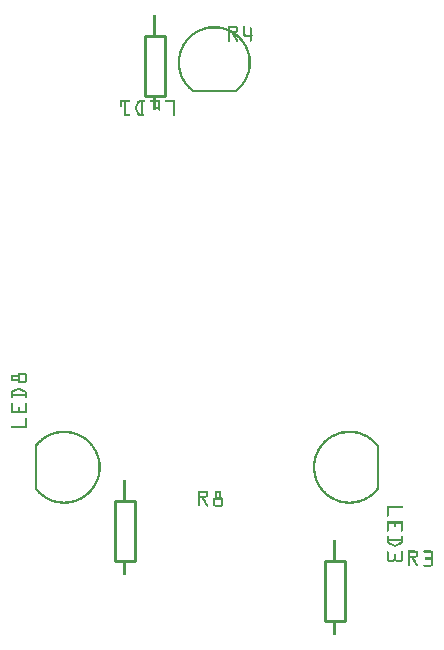
<source format=gto>
G04 MADE WITH FRITZING*
G04 WWW.FRITZING.ORG*
G04 DOUBLE SIDED*
G04 HOLES PLATED*
G04 CONTOUR ON CENTER OF CONTOUR VECTOR*
%ASAXBY*%
%FSLAX23Y23*%
%MOIN*%
%OFA0B0*%
%SFA1.0B1.0*%
%ADD10C,0.010000*%
%ADD11R,0.001000X0.001000*%
%LNSILK1*%
G90*
G70*
G54D10*
X1375Y461D02*
X1375Y261D01*
D02*
X1375Y261D02*
X1309Y261D01*
D02*
X1309Y261D02*
X1309Y461D01*
D02*
X1309Y461D02*
X1375Y461D01*
D02*
X775Y2211D02*
X775Y2011D01*
D02*
X775Y2011D02*
X709Y2011D01*
D02*
X709Y2011D02*
X709Y2211D01*
D02*
X709Y2211D02*
X775Y2211D01*
D02*
X675Y661D02*
X675Y461D01*
D02*
X675Y461D02*
X609Y461D01*
D02*
X609Y461D02*
X609Y661D01*
D02*
X609Y661D02*
X675Y661D01*
G54D11*
X736Y2279D02*
X738Y2279D01*
X743Y2279D02*
X745Y2279D01*
X736Y2278D02*
X745Y2278D01*
X736Y2277D02*
X745Y2277D01*
X736Y2276D02*
X745Y2276D01*
X736Y2275D02*
X745Y2275D01*
X736Y2274D02*
X745Y2274D01*
X736Y2273D02*
X745Y2273D01*
X736Y2272D02*
X745Y2272D01*
X736Y2271D02*
X745Y2271D01*
X736Y2270D02*
X745Y2270D01*
X736Y2269D02*
X745Y2269D01*
X736Y2268D02*
X745Y2268D01*
X736Y2267D02*
X745Y2267D01*
X736Y2266D02*
X745Y2266D01*
X736Y2265D02*
X745Y2265D01*
X736Y2264D02*
X745Y2264D01*
X736Y2263D02*
X745Y2263D01*
X736Y2262D02*
X745Y2262D01*
X736Y2261D02*
X745Y2261D01*
X736Y2260D02*
X745Y2260D01*
X736Y2259D02*
X745Y2259D01*
X736Y2258D02*
X745Y2258D01*
X736Y2257D02*
X745Y2257D01*
X736Y2256D02*
X745Y2256D01*
X736Y2255D02*
X745Y2255D01*
X736Y2254D02*
X745Y2254D01*
X736Y2253D02*
X745Y2253D01*
X736Y2252D02*
X745Y2252D01*
X736Y2251D02*
X745Y2251D01*
X736Y2250D02*
X745Y2250D01*
X736Y2249D02*
X745Y2249D01*
X736Y2248D02*
X745Y2248D01*
X736Y2247D02*
X745Y2247D01*
X736Y2246D02*
X745Y2246D01*
X736Y2245D02*
X745Y2245D01*
X736Y2244D02*
X745Y2244D01*
X987Y2244D02*
X1012Y2244D01*
X1041Y2244D02*
X1042Y2244D01*
X736Y2243D02*
X745Y2243D01*
X987Y2243D02*
X1015Y2243D01*
X1039Y2243D02*
X1044Y2243D01*
X736Y2242D02*
X745Y2242D01*
X929Y2242D02*
X953Y2242D01*
X987Y2242D02*
X1016Y2242D01*
X1039Y2242D02*
X1044Y2242D01*
X736Y2241D02*
X745Y2241D01*
X921Y2241D02*
X960Y2241D01*
X987Y2241D02*
X1017Y2241D01*
X1038Y2241D02*
X1044Y2241D01*
X736Y2240D02*
X745Y2240D01*
X916Y2240D02*
X965Y2240D01*
X987Y2240D02*
X1018Y2240D01*
X1038Y2240D02*
X1044Y2240D01*
X736Y2239D02*
X745Y2239D01*
X912Y2239D02*
X970Y2239D01*
X987Y2239D02*
X1019Y2239D01*
X1038Y2239D02*
X1044Y2239D01*
X736Y2238D02*
X745Y2238D01*
X908Y2238D02*
X973Y2238D01*
X987Y2238D02*
X1019Y2238D01*
X1038Y2238D02*
X1044Y2238D01*
X1061Y2238D02*
X1063Y2238D01*
X736Y2237D02*
X745Y2237D01*
X905Y2237D02*
X977Y2237D01*
X987Y2237D02*
X993Y2237D01*
X1012Y2237D02*
X1020Y2237D01*
X1038Y2237D02*
X1044Y2237D01*
X1060Y2237D02*
X1064Y2237D01*
X736Y2236D02*
X745Y2236D01*
X902Y2236D02*
X980Y2236D01*
X987Y2236D02*
X993Y2236D01*
X1013Y2236D02*
X1020Y2236D01*
X1038Y2236D02*
X1044Y2236D01*
X1059Y2236D02*
X1065Y2236D01*
X736Y2235D02*
X745Y2235D01*
X899Y2235D02*
X983Y2235D01*
X987Y2235D02*
X993Y2235D01*
X1014Y2235D02*
X1020Y2235D01*
X1038Y2235D02*
X1044Y2235D01*
X1059Y2235D02*
X1065Y2235D01*
X736Y2234D02*
X745Y2234D01*
X896Y2234D02*
X927Y2234D01*
X955Y2234D02*
X985Y2234D01*
X987Y2234D02*
X993Y2234D01*
X1014Y2234D02*
X1020Y2234D01*
X1038Y2234D02*
X1044Y2234D01*
X1059Y2234D02*
X1065Y2234D01*
X736Y2233D02*
X745Y2233D01*
X894Y2233D02*
X920Y2233D01*
X962Y2233D02*
X993Y2233D01*
X1014Y2233D02*
X1020Y2233D01*
X1038Y2233D02*
X1044Y2233D01*
X1059Y2233D02*
X1065Y2233D01*
X736Y2232D02*
X745Y2232D01*
X891Y2232D02*
X915Y2232D01*
X967Y2232D02*
X993Y2232D01*
X1014Y2232D02*
X1020Y2232D01*
X1038Y2232D02*
X1044Y2232D01*
X1059Y2232D02*
X1065Y2232D01*
X736Y2231D02*
X745Y2231D01*
X889Y2231D02*
X911Y2231D01*
X971Y2231D02*
X993Y2231D01*
X1014Y2231D02*
X1020Y2231D01*
X1038Y2231D02*
X1044Y2231D01*
X1059Y2231D02*
X1065Y2231D01*
X736Y2230D02*
X745Y2230D01*
X887Y2230D02*
X907Y2230D01*
X974Y2230D02*
X994Y2230D01*
X1014Y2230D02*
X1020Y2230D01*
X1038Y2230D02*
X1044Y2230D01*
X1059Y2230D02*
X1065Y2230D01*
X736Y2229D02*
X745Y2229D01*
X885Y2229D02*
X904Y2229D01*
X977Y2229D02*
X996Y2229D01*
X1014Y2229D02*
X1020Y2229D01*
X1038Y2229D02*
X1044Y2229D01*
X1059Y2229D02*
X1065Y2229D01*
X736Y2228D02*
X745Y2228D01*
X883Y2228D02*
X901Y2228D01*
X980Y2228D02*
X998Y2228D01*
X1013Y2228D02*
X1020Y2228D01*
X1038Y2228D02*
X1044Y2228D01*
X1059Y2228D02*
X1065Y2228D01*
X736Y2227D02*
X745Y2227D01*
X882Y2227D02*
X899Y2227D01*
X983Y2227D02*
X1000Y2227D01*
X1012Y2227D02*
X1020Y2227D01*
X1038Y2227D02*
X1044Y2227D01*
X1059Y2227D02*
X1065Y2227D01*
X736Y2226D02*
X745Y2226D01*
X880Y2226D02*
X896Y2226D01*
X985Y2226D02*
X1019Y2226D01*
X1038Y2226D02*
X1044Y2226D01*
X1059Y2226D02*
X1065Y2226D01*
X736Y2225D02*
X745Y2225D01*
X878Y2225D02*
X894Y2225D01*
X987Y2225D02*
X1019Y2225D01*
X1038Y2225D02*
X1044Y2225D01*
X1059Y2225D02*
X1065Y2225D01*
X736Y2224D02*
X745Y2224D01*
X877Y2224D02*
X892Y2224D01*
X987Y2224D02*
X1018Y2224D01*
X1038Y2224D02*
X1044Y2224D01*
X1059Y2224D02*
X1065Y2224D01*
X736Y2223D02*
X745Y2223D01*
X875Y2223D02*
X890Y2223D01*
X987Y2223D02*
X1017Y2223D01*
X1038Y2223D02*
X1044Y2223D01*
X1059Y2223D02*
X1065Y2223D01*
X736Y2222D02*
X745Y2222D01*
X873Y2222D02*
X888Y2222D01*
X987Y2222D02*
X1016Y2222D01*
X1038Y2222D02*
X1044Y2222D01*
X1059Y2222D02*
X1065Y2222D01*
X736Y2221D02*
X745Y2221D01*
X872Y2221D02*
X886Y2221D01*
X987Y2221D02*
X1015Y2221D01*
X1038Y2221D02*
X1044Y2221D01*
X1059Y2221D02*
X1065Y2221D01*
X736Y2220D02*
X745Y2220D01*
X870Y2220D02*
X884Y2220D01*
X987Y2220D02*
X1012Y2220D01*
X1038Y2220D02*
X1044Y2220D01*
X1059Y2220D02*
X1065Y2220D01*
X736Y2219D02*
X745Y2219D01*
X869Y2219D02*
X882Y2219D01*
X987Y2219D02*
X993Y2219D01*
X999Y2219D02*
X1012Y2219D01*
X1038Y2219D02*
X1044Y2219D01*
X1059Y2219D02*
X1065Y2219D01*
X736Y2218D02*
X745Y2218D01*
X868Y2218D02*
X880Y2218D01*
X987Y2218D02*
X993Y2218D01*
X999Y2218D02*
X1014Y2218D01*
X1038Y2218D02*
X1044Y2218D01*
X1059Y2218D02*
X1065Y2218D01*
X736Y2217D02*
X745Y2217D01*
X866Y2217D02*
X879Y2217D01*
X987Y2217D02*
X993Y2217D01*
X1000Y2217D02*
X1015Y2217D01*
X1038Y2217D02*
X1044Y2217D01*
X1059Y2217D02*
X1065Y2217D01*
X736Y2216D02*
X745Y2216D01*
X865Y2216D02*
X877Y2216D01*
X987Y2216D02*
X993Y2216D01*
X1000Y2216D02*
X1016Y2216D01*
X1038Y2216D02*
X1044Y2216D01*
X1059Y2216D02*
X1065Y2216D01*
X736Y2215D02*
X745Y2215D01*
X864Y2215D02*
X876Y2215D01*
X987Y2215D02*
X993Y2215D01*
X1001Y2215D02*
X1018Y2215D01*
X1038Y2215D02*
X1045Y2215D01*
X1059Y2215D02*
X1065Y2215D01*
X736Y2214D02*
X745Y2214D01*
X863Y2214D02*
X874Y2214D01*
X987Y2214D02*
X993Y2214D01*
X1002Y2214D02*
X1019Y2214D01*
X1038Y2214D02*
X1067Y2214D01*
X736Y2213D02*
X745Y2213D01*
X862Y2213D02*
X873Y2213D01*
X987Y2213D02*
X993Y2213D01*
X1002Y2213D02*
X1020Y2213D01*
X1038Y2213D02*
X1068Y2213D01*
X737Y2212D02*
X745Y2212D01*
X860Y2212D02*
X872Y2212D01*
X987Y2212D02*
X993Y2212D01*
X1003Y2212D02*
X1021Y2212D01*
X1038Y2212D02*
X1068Y2212D01*
X859Y2211D02*
X870Y2211D01*
X987Y2211D02*
X993Y2211D01*
X1003Y2211D02*
X1022Y2211D01*
X1038Y2211D02*
X1069Y2211D01*
X858Y2210D02*
X869Y2210D01*
X987Y2210D02*
X993Y2210D01*
X1004Y2210D02*
X1023Y2210D01*
X1038Y2210D02*
X1068Y2210D01*
X857Y2209D02*
X868Y2209D01*
X987Y2209D02*
X993Y2209D01*
X1005Y2209D02*
X1012Y2209D01*
X1014Y2209D02*
X1024Y2209D01*
X1038Y2209D02*
X1068Y2209D01*
X856Y2208D02*
X867Y2208D01*
X987Y2208D02*
X993Y2208D01*
X1005Y2208D02*
X1012Y2208D01*
X1015Y2208D02*
X1025Y2208D01*
X1039Y2208D02*
X1066Y2208D01*
X855Y2207D02*
X866Y2207D01*
X987Y2207D02*
X993Y2207D01*
X1006Y2207D02*
X1013Y2207D01*
X1016Y2207D02*
X1026Y2207D01*
X1059Y2207D02*
X1065Y2207D01*
X854Y2206D02*
X864Y2206D01*
X987Y2206D02*
X993Y2206D01*
X1006Y2206D02*
X1013Y2206D01*
X1017Y2206D02*
X1027Y2206D01*
X1059Y2206D02*
X1065Y2206D01*
X853Y2205D02*
X863Y2205D01*
X987Y2205D02*
X993Y2205D01*
X1007Y2205D02*
X1014Y2205D01*
X1018Y2205D02*
X1028Y2205D01*
X1059Y2205D02*
X1065Y2205D01*
X852Y2204D02*
X862Y2204D01*
X987Y2204D02*
X993Y2204D01*
X1007Y2204D02*
X1015Y2204D01*
X1019Y2204D02*
X1029Y2204D01*
X1059Y2204D02*
X1065Y2204D01*
X851Y2203D02*
X861Y2203D01*
X987Y2203D02*
X993Y2203D01*
X1008Y2203D02*
X1015Y2203D01*
X1020Y2203D02*
X1030Y2203D01*
X1059Y2203D02*
X1065Y2203D01*
X850Y2202D02*
X860Y2202D01*
X987Y2202D02*
X993Y2202D01*
X1009Y2202D02*
X1016Y2202D01*
X1021Y2202D02*
X1031Y2202D01*
X1059Y2202D02*
X1065Y2202D01*
X849Y2201D02*
X859Y2201D01*
X987Y2201D02*
X993Y2201D01*
X1009Y2201D02*
X1016Y2201D01*
X1022Y2201D02*
X1032Y2201D01*
X1059Y2201D02*
X1065Y2201D01*
X849Y2200D02*
X858Y2200D01*
X987Y2200D02*
X993Y2200D01*
X1010Y2200D02*
X1017Y2200D01*
X1023Y2200D02*
X1033Y2200D01*
X1059Y2200D02*
X1065Y2200D01*
X848Y2199D02*
X857Y2199D01*
X987Y2199D02*
X993Y2199D01*
X1010Y2199D02*
X1018Y2199D01*
X1024Y2199D02*
X1034Y2199D01*
X1059Y2199D02*
X1065Y2199D01*
X847Y2198D02*
X856Y2198D01*
X987Y2198D02*
X993Y2198D01*
X1011Y2198D02*
X1018Y2198D01*
X1025Y2198D02*
X1035Y2198D01*
X1059Y2198D02*
X1065Y2198D01*
X846Y2197D02*
X855Y2197D01*
X987Y2197D02*
X993Y2197D01*
X1012Y2197D02*
X1019Y2197D01*
X1026Y2197D02*
X1035Y2197D01*
X1059Y2197D02*
X1065Y2197D01*
X845Y2196D02*
X855Y2196D01*
X987Y2196D02*
X993Y2196D01*
X1012Y2196D02*
X1019Y2196D01*
X1027Y2196D02*
X1036Y2196D01*
X1059Y2196D02*
X1065Y2196D01*
X845Y2195D02*
X854Y2195D01*
X987Y2195D02*
X993Y2195D01*
X1013Y2195D02*
X1020Y2195D01*
X1028Y2195D02*
X1037Y2195D01*
X1059Y2195D02*
X1065Y2195D01*
X844Y2194D02*
X853Y2194D01*
X987Y2194D02*
X993Y2194D01*
X1013Y2194D02*
X1020Y2194D01*
X1029Y2194D02*
X1038Y2194D01*
X1059Y2194D02*
X1065Y2194D01*
X843Y2193D02*
X852Y2193D01*
X987Y2193D02*
X992Y2193D01*
X1014Y2193D02*
X1020Y2193D01*
X1030Y2193D02*
X1038Y2193D01*
X1059Y2193D02*
X1065Y2193D01*
X842Y2192D02*
X851Y2192D01*
X987Y2192D02*
X992Y2192D01*
X1015Y2192D02*
X1020Y2192D01*
X1030Y2192D02*
X1039Y2192D01*
X1060Y2192D02*
X1065Y2192D01*
X842Y2191D02*
X850Y2191D01*
X988Y2191D02*
X991Y2191D01*
X1015Y2191D02*
X1019Y2191D01*
X1031Y2191D02*
X1040Y2191D01*
X1060Y2191D02*
X1064Y2191D01*
X841Y2190D02*
X850Y2190D01*
X1032Y2190D02*
X1041Y2190D01*
X840Y2189D02*
X849Y2189D01*
X1033Y2189D02*
X1041Y2189D01*
X840Y2188D02*
X848Y2188D01*
X1034Y2188D02*
X1042Y2188D01*
X839Y2187D02*
X847Y2187D01*
X1034Y2187D02*
X1043Y2187D01*
X838Y2186D02*
X847Y2186D01*
X1035Y2186D02*
X1043Y2186D01*
X838Y2185D02*
X846Y2185D01*
X1036Y2185D02*
X1044Y2185D01*
X837Y2184D02*
X845Y2184D01*
X1036Y2184D02*
X1044Y2184D01*
X836Y2183D02*
X845Y2183D01*
X1037Y2183D02*
X1045Y2183D01*
X836Y2182D02*
X844Y2182D01*
X1038Y2182D02*
X1046Y2182D01*
X835Y2181D02*
X843Y2181D01*
X1038Y2181D02*
X1046Y2181D01*
X835Y2180D02*
X843Y2180D01*
X1039Y2180D02*
X1047Y2180D01*
X834Y2179D02*
X842Y2179D01*
X1039Y2179D02*
X1047Y2179D01*
X834Y2178D02*
X842Y2178D01*
X1040Y2178D02*
X1048Y2178D01*
X833Y2177D02*
X841Y2177D01*
X1041Y2177D02*
X1048Y2177D01*
X833Y2176D02*
X840Y2176D01*
X1041Y2176D02*
X1049Y2176D01*
X832Y2175D02*
X840Y2175D01*
X1042Y2175D02*
X1049Y2175D01*
X832Y2174D02*
X839Y2174D01*
X1042Y2174D02*
X1050Y2174D01*
X831Y2173D02*
X839Y2173D01*
X1043Y2173D02*
X1050Y2173D01*
X831Y2172D02*
X838Y2172D01*
X1043Y2172D02*
X1051Y2172D01*
X830Y2171D02*
X838Y2171D01*
X1044Y2171D02*
X1051Y2171D01*
X830Y2170D02*
X837Y2170D01*
X1044Y2170D02*
X1052Y2170D01*
X829Y2169D02*
X837Y2169D01*
X1045Y2169D02*
X1052Y2169D01*
X829Y2168D02*
X836Y2168D01*
X1045Y2168D02*
X1053Y2168D01*
X828Y2167D02*
X836Y2167D01*
X1046Y2167D02*
X1053Y2167D01*
X828Y2166D02*
X835Y2166D01*
X1046Y2166D02*
X1053Y2166D01*
X828Y2165D02*
X835Y2165D01*
X1046Y2165D02*
X1054Y2165D01*
X827Y2164D02*
X835Y2164D01*
X1047Y2164D02*
X1054Y2164D01*
X827Y2163D02*
X834Y2163D01*
X1047Y2163D02*
X1055Y2163D01*
X827Y2162D02*
X834Y2162D01*
X1048Y2162D02*
X1055Y2162D01*
X826Y2161D02*
X833Y2161D01*
X1048Y2161D02*
X1055Y2161D01*
X826Y2160D02*
X833Y2160D01*
X1048Y2160D02*
X1056Y2160D01*
X826Y2159D02*
X833Y2159D01*
X1049Y2159D02*
X1056Y2159D01*
X825Y2158D02*
X832Y2158D01*
X1049Y2158D02*
X1056Y2158D01*
X825Y2157D02*
X832Y2157D01*
X1049Y2157D02*
X1057Y2157D01*
X825Y2156D02*
X832Y2156D01*
X1050Y2156D02*
X1057Y2156D01*
X824Y2155D02*
X831Y2155D01*
X1050Y2155D02*
X1057Y2155D01*
X824Y2154D02*
X831Y2154D01*
X1050Y2154D02*
X1058Y2154D01*
X824Y2153D02*
X831Y2153D01*
X1051Y2153D02*
X1058Y2153D01*
X823Y2152D02*
X830Y2152D01*
X1051Y2152D02*
X1058Y2152D01*
X823Y2151D02*
X830Y2151D01*
X1051Y2151D02*
X1058Y2151D01*
X823Y2150D02*
X830Y2150D01*
X1052Y2150D02*
X1059Y2150D01*
X823Y2149D02*
X830Y2149D01*
X1052Y2149D02*
X1059Y2149D01*
X822Y2148D02*
X829Y2148D01*
X1052Y2148D02*
X1059Y2148D01*
X822Y2147D02*
X829Y2147D01*
X1052Y2147D02*
X1059Y2147D01*
X822Y2146D02*
X829Y2146D01*
X1053Y2146D02*
X1060Y2146D01*
X822Y2145D02*
X829Y2145D01*
X1053Y2145D02*
X1060Y2145D01*
X822Y2144D02*
X828Y2144D01*
X1053Y2144D02*
X1060Y2144D01*
X821Y2143D02*
X828Y2143D01*
X1053Y2143D02*
X1060Y2143D01*
X821Y2142D02*
X828Y2142D01*
X1053Y2142D02*
X1060Y2142D01*
X821Y2141D02*
X828Y2141D01*
X1054Y2141D02*
X1061Y2141D01*
X821Y2140D02*
X828Y2140D01*
X1054Y2140D02*
X1061Y2140D01*
X821Y2139D02*
X828Y2139D01*
X1054Y2139D02*
X1061Y2139D01*
X821Y2138D02*
X827Y2138D01*
X1054Y2138D02*
X1061Y2138D01*
X820Y2137D02*
X827Y2137D01*
X1054Y2137D02*
X1061Y2137D01*
X820Y2136D02*
X827Y2136D01*
X1054Y2136D02*
X1061Y2136D01*
X820Y2135D02*
X827Y2135D01*
X1054Y2135D02*
X1061Y2135D01*
X820Y2134D02*
X827Y2134D01*
X1055Y2134D02*
X1061Y2134D01*
X820Y2133D02*
X827Y2133D01*
X1055Y2133D02*
X1062Y2133D01*
X820Y2132D02*
X827Y2132D01*
X1055Y2132D02*
X1062Y2132D01*
X820Y2131D02*
X827Y2131D01*
X1055Y2131D02*
X1062Y2131D01*
X820Y2130D02*
X826Y2130D01*
X1055Y2130D02*
X1062Y2130D01*
X820Y2129D02*
X826Y2129D01*
X1055Y2129D02*
X1062Y2129D01*
X820Y2128D02*
X826Y2128D01*
X1055Y2128D02*
X1062Y2128D01*
X819Y2127D02*
X826Y2127D01*
X1055Y2127D02*
X1062Y2127D01*
X819Y2126D02*
X826Y2126D01*
X1055Y2126D02*
X1062Y2126D01*
X819Y2125D02*
X826Y2125D01*
X1055Y2125D02*
X1062Y2125D01*
X819Y2124D02*
X826Y2124D01*
X1055Y2124D02*
X1062Y2124D01*
X819Y2123D02*
X826Y2123D01*
X1055Y2123D02*
X1062Y2123D01*
X819Y2122D02*
X826Y2122D01*
X1055Y2122D02*
X1062Y2122D01*
X819Y2121D02*
X826Y2121D01*
X1055Y2121D02*
X1062Y2121D01*
X819Y2120D02*
X826Y2120D01*
X1055Y2120D02*
X1062Y2120D01*
X819Y2119D02*
X826Y2119D01*
X1055Y2119D02*
X1062Y2119D01*
X819Y2118D02*
X826Y2118D01*
X1055Y2118D02*
X1062Y2118D01*
X819Y2117D02*
X826Y2117D01*
X1055Y2117D02*
X1062Y2117D01*
X819Y2116D02*
X826Y2116D01*
X1055Y2116D02*
X1062Y2116D01*
X819Y2115D02*
X826Y2115D01*
X1055Y2115D02*
X1062Y2115D01*
X819Y2114D02*
X826Y2114D01*
X1055Y2114D02*
X1062Y2114D01*
X820Y2113D02*
X826Y2113D01*
X1055Y2113D02*
X1062Y2113D01*
X820Y2112D02*
X826Y2112D01*
X1055Y2112D02*
X1062Y2112D01*
X820Y2111D02*
X827Y2111D01*
X1055Y2111D02*
X1062Y2111D01*
X820Y2110D02*
X827Y2110D01*
X1055Y2110D02*
X1062Y2110D01*
X820Y2109D02*
X827Y2109D01*
X1055Y2109D02*
X1062Y2109D01*
X820Y2108D02*
X827Y2108D01*
X1055Y2108D02*
X1062Y2108D01*
X820Y2107D02*
X827Y2107D01*
X1055Y2107D02*
X1061Y2107D01*
X820Y2106D02*
X827Y2106D01*
X1054Y2106D02*
X1061Y2106D01*
X820Y2105D02*
X827Y2105D01*
X1054Y2105D02*
X1061Y2105D01*
X820Y2104D02*
X827Y2104D01*
X1054Y2104D02*
X1061Y2104D01*
X821Y2103D02*
X828Y2103D01*
X1054Y2103D02*
X1061Y2103D01*
X821Y2102D02*
X828Y2102D01*
X1054Y2102D02*
X1061Y2102D01*
X821Y2101D02*
X828Y2101D01*
X1054Y2101D02*
X1061Y2101D01*
X821Y2100D02*
X828Y2100D01*
X1054Y2100D02*
X1060Y2100D01*
X821Y2099D02*
X828Y2099D01*
X1053Y2099D02*
X1060Y2099D01*
X821Y2098D02*
X828Y2098D01*
X1053Y2098D02*
X1060Y2098D01*
X822Y2097D02*
X829Y2097D01*
X1053Y2097D02*
X1060Y2097D01*
X822Y2096D02*
X829Y2096D01*
X1053Y2096D02*
X1060Y2096D01*
X822Y2095D02*
X829Y2095D01*
X1053Y2095D02*
X1059Y2095D01*
X822Y2094D02*
X829Y2094D01*
X1052Y2094D02*
X1059Y2094D01*
X822Y2093D02*
X830Y2093D01*
X1052Y2093D02*
X1059Y2093D01*
X823Y2092D02*
X830Y2092D01*
X1052Y2092D02*
X1059Y2092D01*
X823Y2091D02*
X830Y2091D01*
X1052Y2091D02*
X1059Y2091D01*
X823Y2090D02*
X830Y2090D01*
X1051Y2090D02*
X1058Y2090D01*
X823Y2089D02*
X831Y2089D01*
X1051Y2089D02*
X1058Y2089D01*
X824Y2088D02*
X831Y2088D01*
X1051Y2088D02*
X1058Y2088D01*
X824Y2087D02*
X831Y2087D01*
X1050Y2087D02*
X1057Y2087D01*
X824Y2086D02*
X832Y2086D01*
X1050Y2086D02*
X1057Y2086D01*
X825Y2085D02*
X832Y2085D01*
X1050Y2085D02*
X1057Y2085D01*
X825Y2084D02*
X832Y2084D01*
X1049Y2084D02*
X1057Y2084D01*
X825Y2083D02*
X832Y2083D01*
X1049Y2083D02*
X1056Y2083D01*
X826Y2082D02*
X833Y2082D01*
X1049Y2082D02*
X1056Y2082D01*
X826Y2081D02*
X833Y2081D01*
X1048Y2081D02*
X1056Y2081D01*
X826Y2080D02*
X834Y2080D01*
X1048Y2080D02*
X1055Y2080D01*
X827Y2079D02*
X834Y2079D01*
X1048Y2079D02*
X1055Y2079D01*
X827Y2078D02*
X834Y2078D01*
X1047Y2078D02*
X1054Y2078D01*
X827Y2077D02*
X835Y2077D01*
X1047Y2077D02*
X1054Y2077D01*
X828Y2076D02*
X835Y2076D01*
X1046Y2076D02*
X1054Y2076D01*
X828Y2075D02*
X836Y2075D01*
X1046Y2075D02*
X1053Y2075D01*
X829Y2074D02*
X836Y2074D01*
X1045Y2074D02*
X1053Y2074D01*
X829Y2073D02*
X836Y2073D01*
X1045Y2073D02*
X1052Y2073D01*
X829Y2072D02*
X837Y2072D01*
X1045Y2072D02*
X1052Y2072D01*
X830Y2071D02*
X837Y2071D01*
X1044Y2071D02*
X1052Y2071D01*
X830Y2070D02*
X838Y2070D01*
X1044Y2070D02*
X1051Y2070D01*
X831Y2069D02*
X838Y2069D01*
X1043Y2069D02*
X1051Y2069D01*
X831Y2068D02*
X839Y2068D01*
X1043Y2068D02*
X1050Y2068D01*
X832Y2067D02*
X839Y2067D01*
X1042Y2067D02*
X1050Y2067D01*
X832Y2066D02*
X840Y2066D01*
X1041Y2066D02*
X1049Y2066D01*
X833Y2065D02*
X841Y2065D01*
X1041Y2065D02*
X1049Y2065D01*
X833Y2064D02*
X841Y2064D01*
X1040Y2064D02*
X1048Y2064D01*
X834Y2063D02*
X842Y2063D01*
X1040Y2063D02*
X1048Y2063D01*
X834Y2062D02*
X842Y2062D01*
X1039Y2062D02*
X1047Y2062D01*
X835Y2061D02*
X843Y2061D01*
X1039Y2061D02*
X1047Y2061D01*
X835Y2060D02*
X844Y2060D01*
X1038Y2060D02*
X1046Y2060D01*
X836Y2059D02*
X844Y2059D01*
X1037Y2059D02*
X1045Y2059D01*
X837Y2058D02*
X845Y2058D01*
X1037Y2058D02*
X1045Y2058D01*
X837Y2057D02*
X845Y2057D01*
X1036Y2057D02*
X1044Y2057D01*
X838Y2056D02*
X846Y2056D01*
X1035Y2056D02*
X1044Y2056D01*
X839Y2055D02*
X847Y2055D01*
X1035Y2055D02*
X1043Y2055D01*
X839Y2054D02*
X848Y2054D01*
X1034Y2054D02*
X1042Y2054D01*
X840Y2053D02*
X848Y2053D01*
X1033Y2053D02*
X1042Y2053D01*
X841Y2052D02*
X849Y2052D01*
X1032Y2052D02*
X1041Y2052D01*
X841Y2051D02*
X850Y2051D01*
X1032Y2051D02*
X1040Y2051D01*
X842Y2050D02*
X851Y2050D01*
X1031Y2050D02*
X1040Y2050D01*
X843Y2049D02*
X851Y2049D01*
X1030Y2049D02*
X1039Y2049D01*
X843Y2048D02*
X852Y2048D01*
X1029Y2048D02*
X1038Y2048D01*
X844Y2047D02*
X853Y2047D01*
X1028Y2047D02*
X1037Y2047D01*
X845Y2046D02*
X854Y2046D01*
X1028Y2046D02*
X1037Y2046D01*
X846Y2045D02*
X855Y2045D01*
X1027Y2045D02*
X1036Y2045D01*
X846Y2044D02*
X856Y2044D01*
X1026Y2044D02*
X1035Y2044D01*
X847Y2043D02*
X857Y2043D01*
X1025Y2043D02*
X1034Y2043D01*
X848Y2042D02*
X858Y2042D01*
X1024Y2042D02*
X1033Y2042D01*
X849Y2041D02*
X859Y2041D01*
X1023Y2041D02*
X1033Y2041D01*
X850Y2040D02*
X860Y2040D01*
X1022Y2040D02*
X1032Y2040D01*
X851Y2039D02*
X861Y2039D01*
X1021Y2039D02*
X1031Y2039D01*
X852Y2038D02*
X862Y2038D01*
X1020Y2038D02*
X1030Y2038D01*
X853Y2037D02*
X863Y2037D01*
X1019Y2037D02*
X1029Y2037D01*
X853Y2036D02*
X864Y2036D01*
X1018Y2036D02*
X1028Y2036D01*
X854Y2035D02*
X865Y2035D01*
X1017Y2035D02*
X1027Y2035D01*
X855Y2034D02*
X866Y2034D01*
X1015Y2034D02*
X1026Y2034D01*
X857Y2033D02*
X867Y2033D01*
X1014Y2033D02*
X1025Y2033D01*
X858Y2032D02*
X868Y2032D01*
X1013Y2032D02*
X1024Y2032D01*
X859Y2031D02*
X870Y2031D01*
X1012Y2031D02*
X1023Y2031D01*
X860Y2030D02*
X1022Y2030D01*
X861Y2029D02*
X1021Y2029D01*
X862Y2028D02*
X1020Y2028D01*
X863Y2027D02*
X1018Y2027D01*
X864Y2026D02*
X1017Y2026D01*
X866Y2025D02*
X1016Y2025D01*
X867Y2024D02*
X1015Y2024D01*
X868Y2023D02*
X1013Y2023D01*
X737Y2012D02*
X745Y2012D01*
X736Y2011D02*
X745Y2011D01*
X736Y2010D02*
X745Y2010D01*
X736Y2009D02*
X745Y2009D01*
X736Y2008D02*
X745Y2008D01*
X736Y2007D02*
X745Y2007D01*
X736Y2006D02*
X745Y2006D01*
X736Y2005D02*
X745Y2005D01*
X736Y2004D02*
X745Y2004D01*
X736Y2003D02*
X745Y2003D01*
X736Y2002D02*
X745Y2002D01*
X736Y2001D02*
X745Y2001D01*
X736Y2000D02*
X745Y2000D01*
X736Y1999D02*
X745Y1999D01*
X736Y1998D02*
X745Y1998D01*
X736Y1997D02*
X745Y1997D01*
X628Y1996D02*
X658Y1996D01*
X691Y1996D02*
X708Y1996D01*
X728Y1996D02*
X760Y1996D01*
X779Y1996D02*
X810Y1996D01*
X627Y1995D02*
X659Y1995D01*
X689Y1995D02*
X709Y1995D01*
X727Y1995D02*
X760Y1995D01*
X778Y1995D02*
X810Y1995D01*
X626Y1994D02*
X660Y1994D01*
X688Y1994D02*
X710Y1994D01*
X727Y1994D02*
X760Y1994D01*
X777Y1994D02*
X810Y1994D01*
X626Y1993D02*
X660Y1993D01*
X687Y1993D02*
X710Y1993D01*
X727Y1993D02*
X760Y1993D01*
X777Y1993D02*
X810Y1993D01*
X626Y1992D02*
X660Y1992D01*
X686Y1992D02*
X710Y1992D01*
X727Y1992D02*
X760Y1992D01*
X777Y1992D02*
X810Y1992D01*
X626Y1991D02*
X659Y1991D01*
X685Y1991D02*
X709Y1991D01*
X727Y1991D02*
X760Y1991D01*
X778Y1991D02*
X810Y1991D01*
X626Y1990D02*
X658Y1990D01*
X685Y1990D02*
X708Y1990D01*
X729Y1990D02*
X760Y1990D01*
X779Y1990D02*
X810Y1990D01*
X626Y1989D02*
X632Y1989D01*
X640Y1989D02*
X646Y1989D01*
X684Y1989D02*
X692Y1989D01*
X697Y1989D02*
X703Y1989D01*
X736Y1989D02*
X745Y1989D01*
X754Y1989D02*
X760Y1989D01*
X804Y1989D02*
X810Y1989D01*
X626Y1988D02*
X632Y1988D01*
X640Y1988D02*
X646Y1988D01*
X684Y1988D02*
X691Y1988D01*
X697Y1988D02*
X703Y1988D01*
X736Y1988D02*
X745Y1988D01*
X754Y1988D02*
X760Y1988D01*
X804Y1988D02*
X810Y1988D01*
X626Y1987D02*
X632Y1987D01*
X640Y1987D02*
X646Y1987D01*
X683Y1987D02*
X690Y1987D01*
X697Y1987D02*
X703Y1987D01*
X736Y1987D02*
X745Y1987D01*
X754Y1987D02*
X760Y1987D01*
X804Y1987D02*
X810Y1987D01*
X626Y1986D02*
X632Y1986D01*
X640Y1986D02*
X646Y1986D01*
X683Y1986D02*
X690Y1986D01*
X697Y1986D02*
X703Y1986D01*
X736Y1986D02*
X745Y1986D01*
X754Y1986D02*
X760Y1986D01*
X804Y1986D02*
X810Y1986D01*
X626Y1985D02*
X632Y1985D01*
X640Y1985D02*
X646Y1985D01*
X682Y1985D02*
X689Y1985D01*
X697Y1985D02*
X703Y1985D01*
X736Y1985D02*
X745Y1985D01*
X754Y1985D02*
X760Y1985D01*
X804Y1985D02*
X810Y1985D01*
X626Y1984D02*
X632Y1984D01*
X640Y1984D02*
X646Y1984D01*
X682Y1984D02*
X689Y1984D01*
X697Y1984D02*
X703Y1984D01*
X736Y1984D02*
X745Y1984D01*
X754Y1984D02*
X760Y1984D01*
X804Y1984D02*
X810Y1984D01*
X626Y1983D02*
X632Y1983D01*
X640Y1983D02*
X646Y1983D01*
X681Y1983D02*
X688Y1983D01*
X697Y1983D02*
X703Y1983D01*
X736Y1983D02*
X745Y1983D01*
X754Y1983D02*
X760Y1983D01*
X804Y1983D02*
X810Y1983D01*
X626Y1982D02*
X632Y1982D01*
X640Y1982D02*
X646Y1982D01*
X681Y1982D02*
X688Y1982D01*
X697Y1982D02*
X703Y1982D01*
X736Y1982D02*
X745Y1982D01*
X754Y1982D02*
X760Y1982D01*
X804Y1982D02*
X810Y1982D01*
X626Y1981D02*
X632Y1981D01*
X640Y1981D02*
X646Y1981D01*
X680Y1981D02*
X687Y1981D01*
X697Y1981D02*
X703Y1981D01*
X736Y1981D02*
X745Y1981D01*
X754Y1981D02*
X760Y1981D01*
X804Y1981D02*
X810Y1981D01*
X626Y1980D02*
X632Y1980D01*
X640Y1980D02*
X646Y1980D01*
X680Y1980D02*
X687Y1980D01*
X697Y1980D02*
X703Y1980D01*
X736Y1980D02*
X745Y1980D01*
X754Y1980D02*
X760Y1980D01*
X804Y1980D02*
X810Y1980D01*
X626Y1979D02*
X632Y1979D01*
X640Y1979D02*
X646Y1979D01*
X679Y1979D02*
X686Y1979D01*
X697Y1979D02*
X703Y1979D01*
X736Y1979D02*
X745Y1979D01*
X754Y1979D02*
X760Y1979D01*
X804Y1979D02*
X810Y1979D01*
X626Y1978D02*
X632Y1978D01*
X640Y1978D02*
X646Y1978D01*
X679Y1978D02*
X686Y1978D01*
X697Y1978D02*
X703Y1978D01*
X736Y1978D02*
X745Y1978D01*
X754Y1978D02*
X760Y1978D01*
X804Y1978D02*
X810Y1978D01*
X626Y1977D02*
X632Y1977D01*
X640Y1977D02*
X646Y1977D01*
X678Y1977D02*
X685Y1977D01*
X697Y1977D02*
X703Y1977D01*
X736Y1977D02*
X745Y1977D01*
X754Y1977D02*
X760Y1977D01*
X804Y1977D02*
X810Y1977D01*
X626Y1976D02*
X632Y1976D01*
X640Y1976D02*
X646Y1976D01*
X678Y1976D02*
X685Y1976D01*
X697Y1976D02*
X703Y1976D01*
X736Y1976D02*
X745Y1976D01*
X754Y1976D02*
X760Y1976D01*
X804Y1976D02*
X810Y1976D01*
X626Y1975D02*
X632Y1975D01*
X640Y1975D02*
X646Y1975D01*
X678Y1975D02*
X684Y1975D01*
X697Y1975D02*
X703Y1975D01*
X736Y1975D02*
X745Y1975D01*
X754Y1975D02*
X760Y1975D01*
X804Y1975D02*
X810Y1975D01*
X627Y1974D02*
X632Y1974D01*
X640Y1974D02*
X646Y1974D01*
X677Y1974D02*
X684Y1974D01*
X697Y1974D02*
X703Y1974D01*
X736Y1974D02*
X745Y1974D01*
X754Y1974D02*
X760Y1974D01*
X804Y1974D02*
X810Y1974D01*
X627Y1973D02*
X631Y1973D01*
X640Y1973D02*
X646Y1973D01*
X677Y1973D02*
X683Y1973D01*
X697Y1973D02*
X703Y1973D01*
X736Y1973D02*
X745Y1973D01*
X754Y1973D02*
X760Y1973D01*
X804Y1973D02*
X810Y1973D01*
X629Y1972D02*
X630Y1972D01*
X640Y1972D02*
X646Y1972D01*
X677Y1972D02*
X683Y1972D01*
X697Y1972D02*
X703Y1972D01*
X736Y1972D02*
X760Y1972D01*
X804Y1972D02*
X810Y1972D01*
X640Y1971D02*
X646Y1971D01*
X677Y1971D02*
X683Y1971D01*
X697Y1971D02*
X703Y1971D01*
X736Y1971D02*
X760Y1971D01*
X804Y1971D02*
X810Y1971D01*
X640Y1970D02*
X646Y1970D01*
X676Y1970D02*
X683Y1970D01*
X697Y1970D02*
X703Y1970D01*
X736Y1970D02*
X760Y1970D01*
X804Y1970D02*
X810Y1970D01*
X640Y1969D02*
X646Y1969D01*
X676Y1969D02*
X683Y1969D01*
X697Y1969D02*
X703Y1969D01*
X736Y1969D02*
X760Y1969D01*
X804Y1969D02*
X810Y1969D01*
X640Y1968D02*
X646Y1968D01*
X677Y1968D02*
X683Y1968D01*
X697Y1968D02*
X703Y1968D01*
X736Y1968D02*
X760Y1968D01*
X804Y1968D02*
X810Y1968D01*
X640Y1967D02*
X646Y1967D01*
X677Y1967D02*
X683Y1967D01*
X697Y1967D02*
X703Y1967D01*
X736Y1967D02*
X760Y1967D01*
X804Y1967D02*
X810Y1967D01*
X640Y1966D02*
X646Y1966D01*
X677Y1966D02*
X683Y1966D01*
X697Y1966D02*
X703Y1966D01*
X736Y1966D02*
X760Y1966D01*
X804Y1966D02*
X810Y1966D01*
X640Y1965D02*
X646Y1965D01*
X677Y1965D02*
X684Y1965D01*
X697Y1965D02*
X703Y1965D01*
X736Y1965D02*
X745Y1965D01*
X754Y1965D02*
X760Y1965D01*
X804Y1965D02*
X810Y1965D01*
X640Y1964D02*
X646Y1964D01*
X678Y1964D02*
X684Y1964D01*
X697Y1964D02*
X703Y1964D01*
X736Y1964D02*
X740Y1964D01*
X742Y1964D02*
X745Y1964D01*
X754Y1964D02*
X760Y1964D01*
X804Y1964D02*
X810Y1964D01*
X640Y1963D02*
X646Y1963D01*
X678Y1963D02*
X685Y1963D01*
X697Y1963D02*
X703Y1963D01*
X754Y1963D02*
X760Y1963D01*
X804Y1963D02*
X810Y1963D01*
X640Y1962D02*
X646Y1962D01*
X678Y1962D02*
X685Y1962D01*
X697Y1962D02*
X703Y1962D01*
X754Y1962D02*
X760Y1962D01*
X804Y1962D02*
X810Y1962D01*
X640Y1961D02*
X646Y1961D01*
X679Y1961D02*
X686Y1961D01*
X697Y1961D02*
X703Y1961D01*
X757Y1961D02*
X760Y1961D01*
X804Y1961D02*
X810Y1961D01*
X640Y1960D02*
X646Y1960D01*
X679Y1960D02*
X686Y1960D01*
X697Y1960D02*
X703Y1960D01*
X759Y1960D02*
X760Y1960D01*
X804Y1960D02*
X810Y1960D01*
X640Y1959D02*
X646Y1959D01*
X680Y1959D02*
X687Y1959D01*
X697Y1959D02*
X703Y1959D01*
X804Y1959D02*
X810Y1959D01*
X640Y1958D02*
X646Y1958D01*
X680Y1958D02*
X687Y1958D01*
X697Y1958D02*
X703Y1958D01*
X804Y1958D02*
X810Y1958D01*
X640Y1957D02*
X646Y1957D01*
X681Y1957D02*
X688Y1957D01*
X697Y1957D02*
X703Y1957D01*
X804Y1957D02*
X810Y1957D01*
X640Y1956D02*
X646Y1956D01*
X681Y1956D02*
X688Y1956D01*
X697Y1956D02*
X703Y1956D01*
X804Y1956D02*
X810Y1956D01*
X640Y1955D02*
X646Y1955D01*
X682Y1955D02*
X689Y1955D01*
X697Y1955D02*
X703Y1955D01*
X804Y1955D02*
X810Y1955D01*
X640Y1954D02*
X646Y1954D01*
X682Y1954D02*
X689Y1954D01*
X697Y1954D02*
X703Y1954D01*
X804Y1954D02*
X810Y1954D01*
X640Y1953D02*
X646Y1953D01*
X683Y1953D02*
X690Y1953D01*
X697Y1953D02*
X703Y1953D01*
X804Y1953D02*
X810Y1953D01*
X640Y1952D02*
X646Y1952D01*
X683Y1952D02*
X690Y1952D01*
X697Y1952D02*
X703Y1952D01*
X804Y1952D02*
X810Y1952D01*
X640Y1951D02*
X646Y1951D01*
X684Y1951D02*
X691Y1951D01*
X697Y1951D02*
X703Y1951D01*
X804Y1951D02*
X810Y1951D01*
X640Y1950D02*
X646Y1950D01*
X684Y1950D02*
X692Y1950D01*
X697Y1950D02*
X703Y1950D01*
X804Y1950D02*
X810Y1950D01*
X640Y1949D02*
X658Y1949D01*
X685Y1949D02*
X708Y1949D01*
X804Y1949D02*
X810Y1949D01*
X640Y1948D02*
X659Y1948D01*
X685Y1948D02*
X707Y1948D01*
X804Y1948D02*
X810Y1948D01*
X640Y1947D02*
X660Y1947D01*
X686Y1947D02*
X706Y1947D01*
X804Y1947D02*
X810Y1947D01*
X640Y1946D02*
X660Y1946D01*
X687Y1946D02*
X706Y1946D01*
X804Y1946D02*
X810Y1946D01*
X640Y1945D02*
X660Y1945D01*
X688Y1945D02*
X705Y1945D01*
X805Y1945D02*
X810Y1945D01*
X640Y1944D02*
X659Y1944D01*
X689Y1944D02*
X704Y1944D01*
X805Y1944D02*
X810Y1944D01*
X640Y1943D02*
X658Y1943D01*
X691Y1943D02*
X704Y1943D01*
X806Y1943D02*
X809Y1943D01*
X293Y1087D02*
X308Y1087D01*
X289Y1086D02*
X312Y1086D01*
X288Y1085D02*
X313Y1085D01*
X287Y1084D02*
X314Y1084D01*
X287Y1083D02*
X315Y1083D01*
X286Y1082D02*
X315Y1082D01*
X286Y1081D02*
X315Y1081D01*
X266Y1080D02*
X316Y1080D01*
X263Y1079D02*
X292Y1079D01*
X310Y1079D02*
X316Y1079D01*
X263Y1078D02*
X292Y1078D01*
X310Y1078D02*
X316Y1078D01*
X262Y1077D02*
X292Y1077D01*
X310Y1077D02*
X316Y1077D01*
X262Y1076D02*
X292Y1076D01*
X310Y1076D02*
X316Y1076D01*
X262Y1075D02*
X292Y1075D01*
X310Y1075D02*
X316Y1075D01*
X262Y1074D02*
X292Y1074D01*
X310Y1074D02*
X316Y1074D01*
X262Y1073D02*
X269Y1073D01*
X286Y1073D02*
X292Y1073D01*
X310Y1073D02*
X316Y1073D01*
X262Y1072D02*
X268Y1072D01*
X286Y1072D02*
X292Y1072D01*
X310Y1072D02*
X316Y1072D01*
X262Y1071D02*
X268Y1071D01*
X286Y1071D02*
X292Y1071D01*
X310Y1071D02*
X316Y1071D01*
X262Y1070D02*
X268Y1070D01*
X286Y1070D02*
X292Y1070D01*
X310Y1070D02*
X316Y1070D01*
X262Y1069D02*
X268Y1069D01*
X286Y1069D02*
X292Y1069D01*
X310Y1069D02*
X316Y1069D01*
X262Y1068D02*
X268Y1068D01*
X286Y1068D02*
X292Y1068D01*
X310Y1068D02*
X316Y1068D01*
X262Y1067D02*
X268Y1067D01*
X286Y1067D02*
X292Y1067D01*
X310Y1067D02*
X316Y1067D01*
X262Y1066D02*
X292Y1066D01*
X310Y1066D02*
X316Y1066D01*
X262Y1065D02*
X292Y1065D01*
X310Y1065D02*
X316Y1065D01*
X262Y1064D02*
X292Y1064D01*
X310Y1064D02*
X316Y1064D01*
X262Y1063D02*
X292Y1063D01*
X310Y1063D02*
X316Y1063D01*
X263Y1062D02*
X292Y1062D01*
X310Y1062D02*
X316Y1062D01*
X263Y1061D02*
X292Y1061D01*
X310Y1061D02*
X316Y1061D01*
X264Y1060D02*
X292Y1060D01*
X310Y1060D02*
X316Y1060D01*
X286Y1059D02*
X315Y1059D01*
X286Y1058D02*
X315Y1058D01*
X286Y1057D02*
X315Y1057D01*
X287Y1056D02*
X315Y1056D01*
X288Y1055D02*
X314Y1055D01*
X289Y1054D02*
X313Y1054D01*
X290Y1053D02*
X311Y1053D01*
X285Y1036D02*
X293Y1036D01*
X282Y1035D02*
X296Y1035D01*
X280Y1034D02*
X298Y1034D01*
X278Y1033D02*
X300Y1033D01*
X276Y1032D02*
X302Y1032D01*
X274Y1031D02*
X304Y1031D01*
X272Y1030D02*
X306Y1030D01*
X270Y1029D02*
X285Y1029D01*
X293Y1029D02*
X308Y1029D01*
X268Y1028D02*
X283Y1028D01*
X295Y1028D02*
X310Y1028D01*
X267Y1027D02*
X281Y1027D01*
X297Y1027D02*
X311Y1027D01*
X266Y1026D02*
X279Y1026D01*
X299Y1026D02*
X313Y1026D01*
X265Y1025D02*
X277Y1025D01*
X301Y1025D02*
X313Y1025D01*
X264Y1024D02*
X275Y1024D01*
X303Y1024D02*
X314Y1024D01*
X263Y1023D02*
X273Y1023D01*
X305Y1023D02*
X315Y1023D01*
X263Y1022D02*
X271Y1022D01*
X307Y1022D02*
X315Y1022D01*
X263Y1021D02*
X269Y1021D01*
X309Y1021D02*
X315Y1021D01*
X262Y1020D02*
X269Y1020D01*
X309Y1020D02*
X315Y1020D01*
X262Y1019D02*
X268Y1019D01*
X309Y1019D02*
X315Y1019D01*
X262Y1018D02*
X268Y1018D01*
X310Y1018D02*
X316Y1018D01*
X262Y1017D02*
X268Y1017D01*
X310Y1017D02*
X316Y1017D01*
X262Y1016D02*
X316Y1016D01*
X262Y1015D02*
X316Y1015D01*
X262Y1014D02*
X316Y1014D01*
X262Y1013D02*
X316Y1013D01*
X262Y1012D02*
X316Y1012D01*
X262Y1011D02*
X316Y1011D01*
X262Y1010D02*
X316Y1010D01*
X262Y1009D02*
X269Y1009D01*
X309Y1009D02*
X316Y1009D01*
X262Y1008D02*
X268Y1008D01*
X310Y1008D02*
X316Y1008D01*
X262Y1007D02*
X268Y1007D01*
X310Y1007D02*
X316Y1007D01*
X262Y1006D02*
X268Y1006D01*
X310Y1006D02*
X316Y1006D01*
X263Y1005D02*
X268Y1005D01*
X310Y1005D02*
X315Y1005D01*
X263Y1004D02*
X268Y1004D01*
X310Y1004D02*
X315Y1004D01*
X264Y1003D02*
X267Y1003D01*
X311Y1003D02*
X314Y1003D01*
X264Y986D02*
X267Y986D01*
X311Y986D02*
X314Y986D01*
X263Y985D02*
X268Y985D01*
X310Y985D02*
X315Y985D01*
X263Y984D02*
X268Y984D01*
X310Y984D02*
X315Y984D01*
X262Y983D02*
X268Y983D01*
X310Y983D02*
X316Y983D01*
X262Y982D02*
X268Y982D01*
X310Y982D02*
X316Y982D01*
X262Y981D02*
X268Y981D01*
X310Y981D02*
X316Y981D01*
X262Y980D02*
X268Y980D01*
X310Y980D02*
X316Y980D01*
X262Y979D02*
X268Y979D01*
X310Y979D02*
X316Y979D01*
X262Y978D02*
X268Y978D01*
X310Y978D02*
X316Y978D01*
X262Y977D02*
X268Y977D01*
X310Y977D02*
X316Y977D01*
X262Y976D02*
X268Y976D01*
X310Y976D02*
X316Y976D01*
X262Y975D02*
X268Y975D01*
X310Y975D02*
X316Y975D01*
X262Y974D02*
X268Y974D01*
X310Y974D02*
X316Y974D01*
X262Y973D02*
X268Y973D01*
X310Y973D02*
X316Y973D01*
X262Y972D02*
X268Y972D01*
X287Y972D02*
X291Y972D01*
X310Y972D02*
X316Y972D01*
X262Y971D02*
X268Y971D01*
X286Y971D02*
X291Y971D01*
X310Y971D02*
X316Y971D01*
X262Y970D02*
X268Y970D01*
X286Y970D02*
X292Y970D01*
X310Y970D02*
X316Y970D01*
X262Y969D02*
X268Y969D01*
X286Y969D02*
X292Y969D01*
X310Y969D02*
X316Y969D01*
X262Y968D02*
X268Y968D01*
X286Y968D02*
X292Y968D01*
X310Y968D02*
X316Y968D01*
X262Y967D02*
X268Y967D01*
X286Y967D02*
X292Y967D01*
X310Y967D02*
X316Y967D01*
X262Y966D02*
X268Y966D01*
X286Y966D02*
X292Y966D01*
X310Y966D02*
X316Y966D01*
X262Y965D02*
X268Y965D01*
X286Y965D02*
X292Y965D01*
X310Y965D02*
X316Y965D01*
X262Y964D02*
X268Y964D01*
X286Y964D02*
X292Y964D01*
X310Y964D02*
X316Y964D01*
X262Y963D02*
X268Y963D01*
X286Y963D02*
X292Y963D01*
X310Y963D02*
X316Y963D01*
X262Y962D02*
X268Y962D01*
X286Y962D02*
X292Y962D01*
X310Y962D02*
X316Y962D01*
X262Y961D02*
X268Y961D01*
X286Y961D02*
X292Y961D01*
X310Y961D02*
X316Y961D01*
X262Y960D02*
X268Y960D01*
X286Y960D02*
X292Y960D01*
X310Y960D02*
X316Y960D01*
X262Y959D02*
X316Y959D01*
X262Y958D02*
X316Y958D01*
X262Y957D02*
X316Y957D01*
X262Y956D02*
X316Y956D01*
X262Y955D02*
X316Y955D01*
X262Y954D02*
X316Y954D01*
X262Y953D02*
X316Y953D01*
X311Y936D02*
X314Y936D01*
X310Y935D02*
X315Y935D01*
X310Y934D02*
X315Y934D01*
X310Y933D02*
X316Y933D01*
X310Y932D02*
X316Y932D01*
X310Y931D02*
X316Y931D01*
X310Y930D02*
X316Y930D01*
X310Y929D02*
X316Y929D01*
X310Y928D02*
X316Y928D01*
X310Y927D02*
X316Y927D01*
X310Y926D02*
X316Y926D01*
X310Y925D02*
X316Y925D01*
X310Y924D02*
X316Y924D01*
X310Y923D02*
X316Y923D01*
X310Y922D02*
X316Y922D01*
X310Y921D02*
X316Y921D01*
X310Y920D02*
X316Y920D01*
X310Y919D02*
X316Y919D01*
X310Y918D02*
X316Y918D01*
X310Y917D02*
X316Y917D01*
X310Y916D02*
X316Y916D01*
X310Y915D02*
X316Y915D01*
X310Y914D02*
X316Y914D01*
X310Y913D02*
X316Y913D01*
X310Y912D02*
X316Y912D01*
X310Y911D02*
X316Y911D01*
X310Y910D02*
X316Y910D01*
X309Y909D02*
X316Y909D01*
X264Y908D02*
X316Y908D01*
X263Y907D02*
X316Y907D01*
X263Y906D02*
X316Y906D01*
X262Y905D02*
X316Y905D01*
X263Y904D02*
X316Y904D01*
X263Y903D02*
X316Y903D01*
X265Y902D02*
X315Y902D01*
X1391Y894D02*
X1392Y894D01*
X425Y893D02*
X455Y893D01*
X1376Y893D02*
X1406Y893D01*
X419Y892D02*
X461Y892D01*
X1370Y892D02*
X1413Y892D01*
X414Y891D02*
X466Y891D01*
X1365Y891D02*
X1418Y891D01*
X410Y890D02*
X471Y890D01*
X1361Y890D02*
X1422Y890D01*
X406Y889D02*
X474Y889D01*
X1357Y889D02*
X1425Y889D01*
X403Y888D02*
X477Y888D01*
X1354Y888D02*
X1429Y888D01*
X400Y887D02*
X480Y887D01*
X1351Y887D02*
X1432Y887D01*
X397Y886D02*
X434Y886D01*
X447Y886D02*
X483Y886D01*
X1348Y886D02*
X1385Y886D01*
X1399Y886D02*
X1434Y886D01*
X395Y885D02*
X424Y885D01*
X457Y885D02*
X486Y885D01*
X1346Y885D02*
X1375Y885D01*
X1409Y885D02*
X1437Y885D01*
X392Y884D02*
X418Y884D01*
X463Y884D02*
X488Y884D01*
X1344Y884D02*
X1369Y884D01*
X1414Y884D02*
X1439Y884D01*
X390Y883D02*
X413Y883D01*
X468Y883D02*
X490Y883D01*
X1341Y883D02*
X1364Y883D01*
X1419Y883D02*
X1441Y883D01*
X388Y882D02*
X409Y882D01*
X471Y882D02*
X492Y882D01*
X1339Y882D02*
X1360Y882D01*
X1423Y882D02*
X1444Y882D01*
X386Y881D02*
X406Y881D01*
X475Y881D02*
X494Y881D01*
X1337Y881D02*
X1357Y881D01*
X1426Y881D02*
X1446Y881D01*
X384Y880D02*
X403Y880D01*
X478Y880D02*
X496Y880D01*
X1335Y880D02*
X1354Y880D01*
X1429Y880D02*
X1448Y880D01*
X382Y879D02*
X400Y879D01*
X481Y879D02*
X498Y879D01*
X1333Y879D02*
X1351Y879D01*
X1432Y879D02*
X1449Y879D01*
X380Y878D02*
X397Y878D01*
X483Y878D02*
X500Y878D01*
X1331Y878D02*
X1348Y878D01*
X1434Y878D02*
X1451Y878D01*
X379Y877D02*
X395Y877D01*
X486Y877D02*
X502Y877D01*
X1330Y877D02*
X1346Y877D01*
X1437Y877D02*
X1453Y877D01*
X377Y876D02*
X392Y876D01*
X488Y876D02*
X503Y876D01*
X1328Y876D02*
X1344Y876D01*
X1439Y876D02*
X1455Y876D01*
X375Y875D02*
X390Y875D01*
X490Y875D02*
X505Y875D01*
X1327Y875D02*
X1341Y875D01*
X1441Y875D02*
X1456Y875D01*
X374Y874D02*
X388Y874D01*
X492Y874D02*
X507Y874D01*
X1325Y874D02*
X1339Y874D01*
X1443Y874D02*
X1458Y874D01*
X372Y873D02*
X386Y873D01*
X494Y873D02*
X508Y873D01*
X1323Y873D02*
X1337Y873D01*
X1445Y873D02*
X1459Y873D01*
X371Y872D02*
X384Y872D01*
X496Y872D02*
X510Y872D01*
X1322Y872D02*
X1336Y872D01*
X1447Y872D02*
X1461Y872D01*
X369Y871D02*
X383Y871D01*
X497Y871D02*
X511Y871D01*
X1321Y871D02*
X1334Y871D01*
X1449Y871D02*
X1462Y871D01*
X368Y870D02*
X381Y870D01*
X499Y870D02*
X512Y870D01*
X1319Y870D02*
X1332Y870D01*
X1450Y870D02*
X1464Y870D01*
X367Y869D02*
X379Y869D01*
X501Y869D02*
X514Y869D01*
X1318Y869D02*
X1330Y869D01*
X1452Y869D02*
X1465Y869D01*
X365Y868D02*
X378Y868D01*
X502Y868D02*
X515Y868D01*
X1317Y868D02*
X1329Y868D01*
X1454Y868D02*
X1466Y868D01*
X364Y867D02*
X376Y867D01*
X504Y867D02*
X516Y867D01*
X1315Y867D02*
X1327Y867D01*
X1455Y867D02*
X1467Y867D01*
X363Y866D02*
X375Y866D01*
X505Y866D02*
X517Y866D01*
X1314Y866D02*
X1326Y866D01*
X1457Y866D02*
X1469Y866D01*
X362Y865D02*
X373Y865D01*
X507Y865D02*
X519Y865D01*
X1313Y865D02*
X1324Y865D01*
X1458Y865D02*
X1470Y865D01*
X361Y864D02*
X372Y864D01*
X508Y864D02*
X520Y864D01*
X1312Y864D02*
X1323Y864D01*
X1459Y864D02*
X1471Y864D01*
X359Y863D02*
X371Y863D01*
X510Y863D02*
X521Y863D01*
X1311Y863D02*
X1322Y863D01*
X1461Y863D02*
X1472Y863D01*
X358Y862D02*
X369Y862D01*
X511Y862D02*
X522Y862D01*
X1310Y862D02*
X1321Y862D01*
X1462Y862D02*
X1473Y862D01*
X357Y861D02*
X368Y861D01*
X512Y861D02*
X523Y861D01*
X1308Y861D02*
X1319Y861D01*
X1463Y861D02*
X1474Y861D01*
X356Y860D02*
X367Y860D01*
X513Y860D02*
X524Y860D01*
X1307Y860D02*
X1318Y860D01*
X1464Y860D02*
X1475Y860D01*
X355Y859D02*
X366Y859D01*
X515Y859D02*
X525Y859D01*
X1306Y859D02*
X1317Y859D01*
X1466Y859D02*
X1476Y859D01*
X354Y858D02*
X365Y858D01*
X516Y858D02*
X526Y858D01*
X1305Y858D02*
X1316Y858D01*
X1467Y858D02*
X1477Y858D01*
X353Y857D02*
X363Y857D01*
X517Y857D02*
X527Y857D01*
X1304Y857D02*
X1315Y857D01*
X1468Y857D02*
X1478Y857D01*
X352Y856D02*
X362Y856D01*
X518Y856D02*
X528Y856D01*
X1303Y856D02*
X1314Y856D01*
X1469Y856D02*
X1479Y856D01*
X351Y855D02*
X361Y855D01*
X519Y855D02*
X529Y855D01*
X1302Y855D02*
X1312Y855D01*
X1470Y855D02*
X1480Y855D01*
X350Y854D02*
X360Y854D01*
X520Y854D02*
X530Y854D01*
X1302Y854D02*
X1311Y854D01*
X1471Y854D02*
X1481Y854D01*
X349Y853D02*
X359Y853D01*
X521Y853D02*
X531Y853D01*
X1301Y853D02*
X1310Y853D01*
X1472Y853D02*
X1482Y853D01*
X349Y852D02*
X358Y852D01*
X522Y852D02*
X532Y852D01*
X1300Y852D02*
X1309Y852D01*
X1473Y852D02*
X1483Y852D01*
X348Y851D02*
X357Y851D01*
X523Y851D02*
X533Y851D01*
X1299Y851D02*
X1308Y851D01*
X1474Y851D02*
X1484Y851D01*
X347Y850D02*
X356Y850D01*
X524Y850D02*
X533Y850D01*
X1298Y850D02*
X1307Y850D01*
X1475Y850D02*
X1485Y850D01*
X346Y849D02*
X355Y849D01*
X525Y849D02*
X534Y849D01*
X1297Y849D02*
X1307Y849D01*
X1476Y849D02*
X1485Y849D01*
X345Y848D02*
X355Y848D01*
X526Y848D02*
X535Y848D01*
X1296Y848D02*
X1306Y848D01*
X1477Y848D02*
X1486Y848D01*
X344Y847D02*
X354Y847D01*
X527Y847D02*
X536Y847D01*
X1296Y847D02*
X1305Y847D01*
X1478Y847D02*
X1487Y847D01*
X344Y846D02*
X353Y846D01*
X528Y846D02*
X537Y846D01*
X1295Y846D02*
X1304Y846D01*
X1479Y846D02*
X1488Y846D01*
X343Y845D02*
X352Y845D01*
X528Y845D02*
X537Y845D01*
X1294Y845D02*
X1303Y845D01*
X1480Y845D02*
X1489Y845D01*
X342Y844D02*
X351Y844D01*
X529Y844D02*
X538Y844D01*
X1293Y844D02*
X1302Y844D01*
X1480Y844D02*
X1489Y844D01*
X342Y843D02*
X350Y843D01*
X530Y843D02*
X539Y843D01*
X1293Y843D02*
X1302Y843D01*
X1481Y843D02*
X1489Y843D01*
X342Y842D02*
X350Y842D01*
X531Y842D02*
X540Y842D01*
X1292Y842D02*
X1301Y842D01*
X1482Y842D02*
X1489Y842D01*
X342Y841D02*
X349Y841D01*
X532Y841D02*
X540Y841D01*
X1291Y841D02*
X1300Y841D01*
X1482Y841D02*
X1489Y841D01*
X342Y840D02*
X349Y840D01*
X532Y840D02*
X541Y840D01*
X1291Y840D02*
X1299Y840D01*
X1482Y840D02*
X1489Y840D01*
X342Y839D02*
X349Y839D01*
X533Y839D02*
X542Y839D01*
X1290Y839D02*
X1298Y839D01*
X1482Y839D02*
X1489Y839D01*
X342Y838D02*
X349Y838D01*
X534Y838D02*
X542Y838D01*
X1289Y838D02*
X1298Y838D01*
X1482Y838D02*
X1489Y838D01*
X342Y837D02*
X349Y837D01*
X535Y837D02*
X543Y837D01*
X1289Y837D02*
X1297Y837D01*
X1482Y837D02*
X1489Y837D01*
X342Y836D02*
X349Y836D01*
X535Y836D02*
X543Y836D01*
X1288Y836D02*
X1296Y836D01*
X1482Y836D02*
X1489Y836D01*
X342Y835D02*
X349Y835D01*
X536Y835D02*
X544Y835D01*
X1287Y835D02*
X1296Y835D01*
X1482Y835D02*
X1489Y835D01*
X342Y834D02*
X349Y834D01*
X537Y834D02*
X545Y834D01*
X1287Y834D02*
X1295Y834D01*
X1482Y834D02*
X1489Y834D01*
X342Y833D02*
X349Y833D01*
X537Y833D02*
X545Y833D01*
X1286Y833D02*
X1294Y833D01*
X1482Y833D02*
X1489Y833D01*
X342Y832D02*
X349Y832D01*
X538Y832D02*
X546Y832D01*
X1286Y832D02*
X1294Y832D01*
X1482Y832D02*
X1489Y832D01*
X342Y831D02*
X349Y831D01*
X538Y831D02*
X546Y831D01*
X1285Y831D02*
X1293Y831D01*
X1482Y831D02*
X1489Y831D01*
X342Y830D02*
X349Y830D01*
X539Y830D02*
X547Y830D01*
X1285Y830D02*
X1293Y830D01*
X1482Y830D02*
X1489Y830D01*
X342Y829D02*
X349Y829D01*
X540Y829D02*
X547Y829D01*
X1284Y829D02*
X1292Y829D01*
X1482Y829D02*
X1489Y829D01*
X342Y828D02*
X349Y828D01*
X540Y828D02*
X548Y828D01*
X1284Y828D02*
X1291Y828D01*
X1482Y828D02*
X1489Y828D01*
X342Y827D02*
X349Y827D01*
X541Y827D02*
X549Y827D01*
X1283Y827D02*
X1291Y827D01*
X1482Y827D02*
X1489Y827D01*
X342Y826D02*
X349Y826D01*
X541Y826D02*
X549Y826D01*
X1282Y826D02*
X1290Y826D01*
X1482Y826D02*
X1489Y826D01*
X342Y825D02*
X349Y825D01*
X542Y825D02*
X549Y825D01*
X1282Y825D02*
X1290Y825D01*
X1482Y825D02*
X1489Y825D01*
X342Y824D02*
X349Y824D01*
X542Y824D02*
X550Y824D01*
X1282Y824D02*
X1289Y824D01*
X1482Y824D02*
X1489Y824D01*
X342Y823D02*
X349Y823D01*
X543Y823D02*
X550Y823D01*
X1281Y823D02*
X1289Y823D01*
X1482Y823D02*
X1489Y823D01*
X342Y822D02*
X349Y822D01*
X543Y822D02*
X551Y822D01*
X1281Y822D02*
X1288Y822D01*
X1482Y822D02*
X1489Y822D01*
X342Y821D02*
X349Y821D01*
X544Y821D02*
X551Y821D01*
X1280Y821D02*
X1288Y821D01*
X1482Y821D02*
X1489Y821D01*
X342Y820D02*
X349Y820D01*
X544Y820D02*
X552Y820D01*
X1280Y820D02*
X1287Y820D01*
X1482Y820D02*
X1489Y820D01*
X342Y819D02*
X349Y819D01*
X545Y819D02*
X552Y819D01*
X1279Y819D02*
X1287Y819D01*
X1482Y819D02*
X1489Y819D01*
X342Y818D02*
X349Y818D01*
X545Y818D02*
X553Y818D01*
X1279Y818D02*
X1286Y818D01*
X1482Y818D02*
X1489Y818D01*
X342Y817D02*
X349Y817D01*
X546Y817D02*
X553Y817D01*
X1279Y817D02*
X1286Y817D01*
X1482Y817D02*
X1489Y817D01*
X342Y816D02*
X349Y816D01*
X546Y816D02*
X553Y816D01*
X1278Y816D02*
X1285Y816D01*
X1482Y816D02*
X1489Y816D01*
X342Y815D02*
X349Y815D01*
X546Y815D02*
X554Y815D01*
X1278Y815D02*
X1285Y815D01*
X1482Y815D02*
X1489Y815D01*
X342Y814D02*
X349Y814D01*
X547Y814D02*
X554Y814D01*
X1277Y814D02*
X1285Y814D01*
X1482Y814D02*
X1489Y814D01*
X342Y813D02*
X349Y813D01*
X547Y813D02*
X555Y813D01*
X1277Y813D02*
X1284Y813D01*
X1482Y813D02*
X1489Y813D01*
X342Y812D02*
X349Y812D01*
X548Y812D02*
X555Y812D01*
X1277Y812D02*
X1284Y812D01*
X1482Y812D02*
X1489Y812D01*
X342Y811D02*
X349Y811D01*
X548Y811D02*
X555Y811D01*
X1276Y811D02*
X1284Y811D01*
X1482Y811D02*
X1489Y811D01*
X342Y810D02*
X349Y810D01*
X548Y810D02*
X556Y810D01*
X1276Y810D02*
X1283Y810D01*
X1482Y810D02*
X1489Y810D01*
X342Y809D02*
X349Y809D01*
X549Y809D02*
X556Y809D01*
X1276Y809D02*
X1283Y809D01*
X1482Y809D02*
X1489Y809D01*
X342Y808D02*
X349Y808D01*
X549Y808D02*
X556Y808D01*
X1275Y808D02*
X1282Y808D01*
X1482Y808D02*
X1489Y808D01*
X342Y807D02*
X349Y807D01*
X549Y807D02*
X557Y807D01*
X1275Y807D02*
X1282Y807D01*
X1482Y807D02*
X1489Y807D01*
X342Y806D02*
X349Y806D01*
X550Y806D02*
X557Y806D01*
X1275Y806D02*
X1282Y806D01*
X1482Y806D02*
X1489Y806D01*
X342Y805D02*
X349Y805D01*
X550Y805D02*
X557Y805D01*
X1274Y805D02*
X1281Y805D01*
X1482Y805D02*
X1489Y805D01*
X342Y804D02*
X349Y804D01*
X550Y804D02*
X557Y804D01*
X1274Y804D02*
X1281Y804D01*
X1482Y804D02*
X1489Y804D01*
X342Y803D02*
X349Y803D01*
X551Y803D02*
X558Y803D01*
X1274Y803D02*
X1281Y803D01*
X1482Y803D02*
X1489Y803D01*
X342Y802D02*
X349Y802D01*
X551Y802D02*
X558Y802D01*
X1274Y802D02*
X1281Y802D01*
X1482Y802D02*
X1489Y802D01*
X342Y801D02*
X349Y801D01*
X551Y801D02*
X558Y801D01*
X1273Y801D02*
X1280Y801D01*
X1482Y801D02*
X1489Y801D01*
X342Y800D02*
X349Y800D01*
X551Y800D02*
X558Y800D01*
X1273Y800D02*
X1280Y800D01*
X1482Y800D02*
X1489Y800D01*
X342Y799D02*
X349Y799D01*
X552Y799D02*
X559Y799D01*
X1273Y799D02*
X1280Y799D01*
X1482Y799D02*
X1489Y799D01*
X342Y798D02*
X349Y798D01*
X552Y798D02*
X559Y798D01*
X1273Y798D02*
X1280Y798D01*
X1482Y798D02*
X1489Y798D01*
X342Y797D02*
X349Y797D01*
X552Y797D02*
X559Y797D01*
X1273Y797D02*
X1279Y797D01*
X1482Y797D02*
X1489Y797D01*
X342Y796D02*
X349Y796D01*
X552Y796D02*
X559Y796D01*
X1272Y796D02*
X1279Y796D01*
X1482Y796D02*
X1489Y796D01*
X342Y795D02*
X349Y795D01*
X552Y795D02*
X559Y795D01*
X1272Y795D02*
X1279Y795D01*
X1482Y795D02*
X1489Y795D01*
X342Y794D02*
X349Y794D01*
X553Y794D02*
X560Y794D01*
X1272Y794D02*
X1279Y794D01*
X1482Y794D02*
X1489Y794D01*
X342Y793D02*
X349Y793D01*
X553Y793D02*
X560Y793D01*
X1272Y793D02*
X1279Y793D01*
X1482Y793D02*
X1489Y793D01*
X342Y792D02*
X349Y792D01*
X553Y792D02*
X560Y792D01*
X1272Y792D02*
X1278Y792D01*
X1482Y792D02*
X1489Y792D01*
X342Y791D02*
X349Y791D01*
X553Y791D02*
X560Y791D01*
X1271Y791D02*
X1278Y791D01*
X1482Y791D02*
X1489Y791D01*
X342Y790D02*
X349Y790D01*
X553Y790D02*
X560Y790D01*
X1271Y790D02*
X1278Y790D01*
X1482Y790D02*
X1489Y790D01*
X342Y789D02*
X349Y789D01*
X554Y789D02*
X560Y789D01*
X1271Y789D02*
X1278Y789D01*
X1482Y789D02*
X1489Y789D01*
X342Y788D02*
X349Y788D01*
X554Y788D02*
X561Y788D01*
X1271Y788D02*
X1278Y788D01*
X1482Y788D02*
X1489Y788D01*
X342Y787D02*
X349Y787D01*
X554Y787D02*
X561Y787D01*
X1271Y787D02*
X1278Y787D01*
X1482Y787D02*
X1489Y787D01*
X342Y786D02*
X349Y786D01*
X554Y786D02*
X561Y786D01*
X1271Y786D02*
X1278Y786D01*
X1482Y786D02*
X1489Y786D01*
X342Y785D02*
X349Y785D01*
X554Y785D02*
X561Y785D01*
X1271Y785D02*
X1277Y785D01*
X1482Y785D02*
X1489Y785D01*
X342Y784D02*
X349Y784D01*
X554Y784D02*
X561Y784D01*
X1270Y784D02*
X1277Y784D01*
X1482Y784D02*
X1489Y784D01*
X342Y783D02*
X349Y783D01*
X554Y783D02*
X561Y783D01*
X1270Y783D02*
X1277Y783D01*
X1482Y783D02*
X1489Y783D01*
X342Y782D02*
X349Y782D01*
X554Y782D02*
X561Y782D01*
X1270Y782D02*
X1277Y782D01*
X1482Y782D02*
X1489Y782D01*
X342Y781D02*
X349Y781D01*
X554Y781D02*
X561Y781D01*
X1270Y781D02*
X1277Y781D01*
X1482Y781D02*
X1489Y781D01*
X342Y780D02*
X349Y780D01*
X554Y780D02*
X561Y780D01*
X1270Y780D02*
X1277Y780D01*
X1482Y780D02*
X1489Y780D01*
X342Y779D02*
X349Y779D01*
X555Y779D02*
X561Y779D01*
X1270Y779D02*
X1277Y779D01*
X1482Y779D02*
X1489Y779D01*
X342Y778D02*
X349Y778D01*
X555Y778D02*
X562Y778D01*
X1270Y778D02*
X1277Y778D01*
X1482Y778D02*
X1489Y778D01*
X342Y777D02*
X349Y777D01*
X555Y777D02*
X562Y777D01*
X1270Y777D02*
X1277Y777D01*
X1482Y777D02*
X1489Y777D01*
X342Y776D02*
X349Y776D01*
X555Y776D02*
X562Y776D01*
X1270Y776D02*
X1277Y776D01*
X1482Y776D02*
X1489Y776D01*
X342Y775D02*
X349Y775D01*
X555Y775D02*
X562Y775D01*
X1270Y775D02*
X1277Y775D01*
X1482Y775D02*
X1489Y775D01*
X342Y774D02*
X349Y774D01*
X555Y774D02*
X562Y774D01*
X1270Y774D02*
X1277Y774D01*
X1482Y774D02*
X1489Y774D01*
X342Y773D02*
X349Y773D01*
X555Y773D02*
X562Y773D01*
X1270Y773D02*
X1277Y773D01*
X1482Y773D02*
X1489Y773D01*
X342Y772D02*
X349Y772D01*
X555Y772D02*
X562Y772D01*
X1270Y772D02*
X1277Y772D01*
X1482Y772D02*
X1489Y772D01*
X342Y771D02*
X349Y771D01*
X555Y771D02*
X562Y771D01*
X1270Y771D02*
X1277Y771D01*
X1482Y771D02*
X1489Y771D01*
X342Y770D02*
X349Y770D01*
X555Y770D02*
X562Y770D01*
X1270Y770D02*
X1277Y770D01*
X1482Y770D02*
X1489Y770D01*
X342Y769D02*
X349Y769D01*
X555Y769D02*
X562Y769D01*
X1270Y769D02*
X1277Y769D01*
X1482Y769D02*
X1489Y769D01*
X342Y768D02*
X349Y768D01*
X555Y768D02*
X562Y768D01*
X1270Y768D02*
X1277Y768D01*
X1482Y768D02*
X1489Y768D01*
X342Y767D02*
X349Y767D01*
X555Y767D02*
X562Y767D01*
X1270Y767D02*
X1277Y767D01*
X1482Y767D02*
X1489Y767D01*
X342Y766D02*
X349Y766D01*
X555Y766D02*
X561Y766D01*
X1270Y766D02*
X1277Y766D01*
X1482Y766D02*
X1489Y766D01*
X342Y765D02*
X349Y765D01*
X555Y765D02*
X561Y765D01*
X1270Y765D02*
X1277Y765D01*
X1482Y765D02*
X1489Y765D01*
X342Y764D02*
X349Y764D01*
X555Y764D02*
X561Y764D01*
X1270Y764D02*
X1277Y764D01*
X1482Y764D02*
X1489Y764D01*
X342Y763D02*
X349Y763D01*
X554Y763D02*
X561Y763D01*
X1270Y763D02*
X1277Y763D01*
X1482Y763D02*
X1489Y763D01*
X342Y762D02*
X349Y762D01*
X554Y762D02*
X561Y762D01*
X1270Y762D02*
X1277Y762D01*
X1482Y762D02*
X1489Y762D01*
X342Y761D02*
X349Y761D01*
X554Y761D02*
X561Y761D01*
X1270Y761D02*
X1277Y761D01*
X1482Y761D02*
X1489Y761D01*
X342Y760D02*
X349Y760D01*
X554Y760D02*
X561Y760D01*
X1270Y760D02*
X1277Y760D01*
X1482Y760D02*
X1489Y760D01*
X342Y759D02*
X349Y759D01*
X554Y759D02*
X561Y759D01*
X1271Y759D02*
X1278Y759D01*
X1482Y759D02*
X1489Y759D01*
X342Y758D02*
X349Y758D01*
X554Y758D02*
X561Y758D01*
X1271Y758D02*
X1278Y758D01*
X1482Y758D02*
X1489Y758D01*
X342Y757D02*
X349Y757D01*
X554Y757D02*
X561Y757D01*
X1271Y757D02*
X1278Y757D01*
X1482Y757D02*
X1489Y757D01*
X342Y756D02*
X349Y756D01*
X554Y756D02*
X561Y756D01*
X1271Y756D02*
X1278Y756D01*
X1482Y756D02*
X1489Y756D01*
X342Y755D02*
X349Y755D01*
X554Y755D02*
X560Y755D01*
X1271Y755D02*
X1278Y755D01*
X1482Y755D02*
X1489Y755D01*
X342Y754D02*
X349Y754D01*
X553Y754D02*
X560Y754D01*
X1271Y754D02*
X1278Y754D01*
X1482Y754D02*
X1489Y754D01*
X342Y753D02*
X349Y753D01*
X553Y753D02*
X560Y753D01*
X1271Y753D02*
X1278Y753D01*
X1482Y753D02*
X1489Y753D01*
X342Y752D02*
X349Y752D01*
X553Y752D02*
X560Y752D01*
X1272Y752D02*
X1279Y752D01*
X1482Y752D02*
X1489Y752D01*
X342Y751D02*
X349Y751D01*
X553Y751D02*
X560Y751D01*
X1272Y751D02*
X1279Y751D01*
X1482Y751D02*
X1489Y751D01*
X342Y750D02*
X349Y750D01*
X553Y750D02*
X560Y750D01*
X1272Y750D02*
X1279Y750D01*
X1482Y750D02*
X1489Y750D01*
X342Y749D02*
X349Y749D01*
X553Y749D02*
X559Y749D01*
X1272Y749D02*
X1279Y749D01*
X1482Y749D02*
X1489Y749D01*
X342Y748D02*
X349Y748D01*
X552Y748D02*
X559Y748D01*
X1272Y748D02*
X1279Y748D01*
X1482Y748D02*
X1489Y748D01*
X342Y747D02*
X349Y747D01*
X552Y747D02*
X559Y747D01*
X1272Y747D02*
X1280Y747D01*
X1482Y747D02*
X1489Y747D01*
X342Y746D02*
X349Y746D01*
X552Y746D02*
X559Y746D01*
X1273Y746D02*
X1280Y746D01*
X1482Y746D02*
X1489Y746D01*
X342Y745D02*
X349Y745D01*
X552Y745D02*
X559Y745D01*
X1273Y745D02*
X1280Y745D01*
X1482Y745D02*
X1489Y745D01*
X342Y744D02*
X349Y744D01*
X551Y744D02*
X558Y744D01*
X1273Y744D02*
X1280Y744D01*
X1482Y744D02*
X1489Y744D01*
X342Y743D02*
X349Y743D01*
X551Y743D02*
X558Y743D01*
X1273Y743D02*
X1281Y743D01*
X1482Y743D02*
X1489Y743D01*
X342Y742D02*
X349Y742D01*
X551Y742D02*
X558Y742D01*
X1274Y742D02*
X1281Y742D01*
X1482Y742D02*
X1489Y742D01*
X342Y741D02*
X349Y741D01*
X551Y741D02*
X558Y741D01*
X1274Y741D02*
X1281Y741D01*
X1482Y741D02*
X1489Y741D01*
X342Y740D02*
X349Y740D01*
X550Y740D02*
X557Y740D01*
X1274Y740D02*
X1281Y740D01*
X1482Y740D02*
X1489Y740D01*
X342Y739D02*
X349Y739D01*
X550Y739D02*
X557Y739D01*
X1274Y739D02*
X1282Y739D01*
X1482Y739D02*
X1489Y739D01*
X342Y738D02*
X349Y738D01*
X550Y738D02*
X557Y738D01*
X1275Y738D02*
X1282Y738D01*
X1482Y738D02*
X1489Y738D01*
X342Y737D02*
X349Y737D01*
X549Y737D02*
X556Y737D01*
X1275Y737D02*
X1282Y737D01*
X1482Y737D02*
X1489Y737D01*
X342Y736D02*
X349Y736D01*
X549Y736D02*
X556Y736D01*
X1275Y736D02*
X1283Y736D01*
X1482Y736D02*
X1489Y736D01*
X342Y735D02*
X349Y735D01*
X549Y735D02*
X556Y735D01*
X1276Y735D02*
X1283Y735D01*
X1482Y735D02*
X1489Y735D01*
X342Y734D02*
X349Y734D01*
X548Y734D02*
X556Y734D01*
X1276Y734D02*
X1283Y734D01*
X1482Y734D02*
X1489Y734D01*
X342Y733D02*
X349Y733D01*
X548Y733D02*
X555Y733D01*
X1276Y733D02*
X1284Y733D01*
X1482Y733D02*
X1489Y733D01*
X342Y732D02*
X349Y732D01*
X548Y732D02*
X555Y732D01*
X1277Y732D02*
X1284Y732D01*
X1482Y732D02*
X1489Y732D01*
X342Y731D02*
X349Y731D01*
X547Y731D02*
X555Y731D01*
X1277Y731D02*
X1284Y731D01*
X1482Y731D02*
X1489Y731D01*
X342Y730D02*
X349Y730D01*
X547Y730D02*
X554Y730D01*
X1277Y730D02*
X1285Y730D01*
X1482Y730D02*
X1489Y730D01*
X342Y729D02*
X349Y729D01*
X546Y729D02*
X554Y729D01*
X636Y729D02*
X645Y729D01*
X1278Y729D02*
X1285Y729D01*
X1482Y729D02*
X1489Y729D01*
X342Y728D02*
X349Y728D01*
X546Y728D02*
X553Y728D01*
X636Y728D02*
X645Y728D01*
X1278Y728D02*
X1286Y728D01*
X1482Y728D02*
X1489Y728D01*
X342Y727D02*
X349Y727D01*
X546Y727D02*
X553Y727D01*
X636Y727D02*
X645Y727D01*
X1279Y727D02*
X1286Y727D01*
X1482Y727D02*
X1489Y727D01*
X342Y726D02*
X349Y726D01*
X545Y726D02*
X553Y726D01*
X636Y726D02*
X645Y726D01*
X1279Y726D02*
X1286Y726D01*
X1482Y726D02*
X1489Y726D01*
X342Y725D02*
X349Y725D01*
X545Y725D02*
X552Y725D01*
X636Y725D02*
X645Y725D01*
X1279Y725D02*
X1287Y725D01*
X1482Y725D02*
X1489Y725D01*
X342Y724D02*
X349Y724D01*
X544Y724D02*
X552Y724D01*
X636Y724D02*
X645Y724D01*
X1280Y724D02*
X1287Y724D01*
X1482Y724D02*
X1489Y724D01*
X342Y723D02*
X349Y723D01*
X544Y723D02*
X551Y723D01*
X636Y723D02*
X645Y723D01*
X1280Y723D02*
X1288Y723D01*
X1482Y723D02*
X1489Y723D01*
X342Y722D02*
X349Y722D01*
X543Y722D02*
X551Y722D01*
X636Y722D02*
X645Y722D01*
X1281Y722D02*
X1288Y722D01*
X1482Y722D02*
X1489Y722D01*
X342Y721D02*
X349Y721D01*
X543Y721D02*
X550Y721D01*
X636Y721D02*
X645Y721D01*
X1281Y721D02*
X1289Y721D01*
X1482Y721D02*
X1489Y721D01*
X342Y720D02*
X349Y720D01*
X542Y720D02*
X550Y720D01*
X636Y720D02*
X645Y720D01*
X1282Y720D02*
X1289Y720D01*
X1482Y720D02*
X1489Y720D01*
X342Y719D02*
X349Y719D01*
X542Y719D02*
X550Y719D01*
X636Y719D02*
X645Y719D01*
X1282Y719D02*
X1290Y719D01*
X1482Y719D02*
X1489Y719D01*
X342Y718D02*
X349Y718D01*
X541Y718D02*
X549Y718D01*
X636Y718D02*
X645Y718D01*
X1283Y718D02*
X1290Y718D01*
X1482Y718D02*
X1489Y718D01*
X342Y717D02*
X349Y717D01*
X541Y717D02*
X548Y717D01*
X636Y717D02*
X645Y717D01*
X1283Y717D02*
X1291Y717D01*
X1482Y717D02*
X1489Y717D01*
X342Y716D02*
X349Y716D01*
X540Y716D02*
X548Y716D01*
X636Y716D02*
X645Y716D01*
X1284Y716D02*
X1291Y716D01*
X1482Y716D02*
X1489Y716D01*
X342Y715D02*
X349Y715D01*
X540Y715D02*
X547Y715D01*
X636Y715D02*
X645Y715D01*
X1284Y715D02*
X1292Y715D01*
X1482Y715D02*
X1489Y715D01*
X342Y714D02*
X349Y714D01*
X539Y714D02*
X547Y714D01*
X636Y714D02*
X645Y714D01*
X1285Y714D02*
X1292Y714D01*
X1482Y714D02*
X1489Y714D01*
X342Y713D02*
X349Y713D01*
X538Y713D02*
X546Y713D01*
X636Y713D02*
X645Y713D01*
X1285Y713D02*
X1293Y713D01*
X1482Y713D02*
X1489Y713D01*
X342Y712D02*
X349Y712D01*
X538Y712D02*
X546Y712D01*
X636Y712D02*
X645Y712D01*
X1286Y712D02*
X1294Y712D01*
X1482Y712D02*
X1489Y712D01*
X342Y711D02*
X349Y711D01*
X537Y711D02*
X545Y711D01*
X636Y711D02*
X645Y711D01*
X1286Y711D02*
X1294Y711D01*
X1482Y711D02*
X1489Y711D01*
X342Y710D02*
X349Y710D01*
X536Y710D02*
X545Y710D01*
X636Y710D02*
X645Y710D01*
X1287Y710D02*
X1295Y710D01*
X1482Y710D02*
X1489Y710D01*
X342Y709D02*
X349Y709D01*
X536Y709D02*
X544Y709D01*
X636Y709D02*
X645Y709D01*
X1288Y709D02*
X1296Y709D01*
X1482Y709D02*
X1489Y709D01*
X342Y708D02*
X349Y708D01*
X535Y708D02*
X543Y708D01*
X636Y708D02*
X645Y708D01*
X1288Y708D02*
X1296Y708D01*
X1482Y708D02*
X1489Y708D01*
X342Y707D02*
X349Y707D01*
X534Y707D02*
X543Y707D01*
X636Y707D02*
X645Y707D01*
X1289Y707D02*
X1297Y707D01*
X1482Y707D02*
X1489Y707D01*
X342Y706D02*
X349Y706D01*
X534Y706D02*
X542Y706D01*
X636Y706D02*
X645Y706D01*
X1289Y706D02*
X1298Y706D01*
X1482Y706D02*
X1489Y706D01*
X342Y705D02*
X349Y705D01*
X533Y705D02*
X542Y705D01*
X636Y705D02*
X645Y705D01*
X1290Y705D02*
X1298Y705D01*
X1482Y705D02*
X1489Y705D01*
X342Y704D02*
X349Y704D01*
X532Y704D02*
X541Y704D01*
X636Y704D02*
X645Y704D01*
X1291Y704D02*
X1299Y704D01*
X1482Y704D02*
X1489Y704D01*
X342Y703D02*
X349Y703D01*
X532Y703D02*
X540Y703D01*
X636Y703D02*
X645Y703D01*
X1291Y703D02*
X1300Y703D01*
X1482Y703D02*
X1489Y703D01*
X342Y702D02*
X350Y702D01*
X531Y702D02*
X540Y702D01*
X636Y702D02*
X645Y702D01*
X1292Y702D02*
X1301Y702D01*
X1482Y702D02*
X1489Y702D01*
X342Y701D02*
X350Y701D01*
X530Y701D02*
X539Y701D01*
X636Y701D02*
X645Y701D01*
X1293Y701D02*
X1301Y701D01*
X1481Y701D02*
X1489Y701D01*
X342Y700D02*
X351Y700D01*
X529Y700D02*
X538Y700D01*
X636Y700D02*
X645Y700D01*
X1293Y700D02*
X1302Y700D01*
X1480Y700D02*
X1489Y700D01*
X343Y699D02*
X352Y699D01*
X528Y699D02*
X537Y699D01*
X636Y699D02*
X645Y699D01*
X1294Y699D02*
X1303Y699D01*
X1480Y699D02*
X1489Y699D01*
X344Y698D02*
X353Y698D01*
X528Y698D02*
X537Y698D01*
X636Y698D02*
X645Y698D01*
X1295Y698D02*
X1304Y698D01*
X1479Y698D02*
X1488Y698D01*
X345Y697D02*
X354Y697D01*
X527Y697D02*
X536Y697D01*
X636Y697D02*
X645Y697D01*
X1296Y697D02*
X1305Y697D01*
X1478Y697D02*
X1487Y697D01*
X345Y696D02*
X355Y696D01*
X526Y696D02*
X535Y696D01*
X636Y696D02*
X645Y696D01*
X1297Y696D02*
X1306Y696D01*
X1477Y696D02*
X1486Y696D01*
X346Y695D02*
X356Y695D01*
X525Y695D02*
X534Y695D01*
X636Y695D02*
X645Y695D01*
X1297Y695D02*
X1307Y695D01*
X1476Y695D02*
X1485Y695D01*
X347Y694D02*
X356Y694D01*
X524Y694D02*
X533Y694D01*
X636Y694D02*
X645Y694D01*
X887Y694D02*
X914Y694D01*
X945Y694D02*
X962Y694D01*
X1298Y694D02*
X1308Y694D01*
X1475Y694D02*
X1485Y694D01*
X348Y693D02*
X357Y693D01*
X523Y693D02*
X533Y693D01*
X636Y693D02*
X645Y693D01*
X887Y693D02*
X916Y693D01*
X944Y693D02*
X963Y693D01*
X1299Y693D02*
X1309Y693D01*
X1474Y693D02*
X1484Y693D01*
X349Y692D02*
X358Y692D01*
X522Y692D02*
X532Y692D01*
X636Y692D02*
X645Y692D01*
X887Y692D02*
X917Y692D01*
X944Y692D02*
X963Y692D01*
X1300Y692D02*
X1309Y692D01*
X1473Y692D02*
X1483Y692D01*
X350Y691D02*
X359Y691D01*
X521Y691D02*
X531Y691D01*
X636Y691D02*
X645Y691D01*
X887Y691D02*
X918Y691D01*
X944Y691D02*
X963Y691D01*
X1301Y691D02*
X1311Y691D01*
X1472Y691D02*
X1482Y691D01*
X350Y690D02*
X360Y690D01*
X520Y690D02*
X530Y690D01*
X636Y690D02*
X645Y690D01*
X887Y690D02*
X919Y690D01*
X944Y690D02*
X963Y690D01*
X1302Y690D02*
X1312Y690D01*
X1471Y690D02*
X1481Y690D01*
X351Y689D02*
X361Y689D01*
X519Y689D02*
X529Y689D01*
X636Y689D02*
X645Y689D01*
X887Y689D02*
X919Y689D01*
X944Y689D02*
X963Y689D01*
X1303Y689D02*
X1313Y689D01*
X1470Y689D02*
X1480Y689D01*
X352Y688D02*
X363Y688D01*
X518Y688D02*
X528Y688D01*
X636Y688D02*
X645Y688D01*
X887Y688D02*
X920Y688D01*
X944Y688D02*
X963Y688D01*
X1303Y688D02*
X1314Y688D01*
X1469Y688D02*
X1479Y688D01*
X353Y687D02*
X364Y687D01*
X517Y687D02*
X527Y687D01*
X636Y687D02*
X645Y687D01*
X887Y687D02*
X893Y687D01*
X913Y687D02*
X920Y687D01*
X944Y687D02*
X950Y687D01*
X957Y687D02*
X963Y687D01*
X1304Y687D02*
X1315Y687D01*
X1468Y687D02*
X1478Y687D01*
X354Y686D02*
X365Y686D01*
X516Y686D02*
X526Y686D01*
X636Y686D02*
X645Y686D01*
X887Y686D02*
X893Y686D01*
X914Y686D02*
X920Y686D01*
X944Y686D02*
X950Y686D01*
X957Y686D02*
X963Y686D01*
X1305Y686D02*
X1316Y686D01*
X1467Y686D02*
X1477Y686D01*
X355Y685D02*
X366Y685D01*
X515Y685D02*
X525Y685D01*
X636Y685D02*
X645Y685D01*
X887Y685D02*
X893Y685D01*
X914Y685D02*
X920Y685D01*
X944Y685D02*
X950Y685D01*
X957Y685D02*
X963Y685D01*
X1306Y685D02*
X1317Y685D01*
X1466Y685D02*
X1476Y685D01*
X356Y684D02*
X367Y684D01*
X513Y684D02*
X524Y684D01*
X636Y684D02*
X645Y684D01*
X887Y684D02*
X893Y684D01*
X914Y684D02*
X920Y684D01*
X944Y684D02*
X950Y684D01*
X957Y684D02*
X963Y684D01*
X1307Y684D02*
X1318Y684D01*
X1465Y684D02*
X1475Y684D01*
X357Y683D02*
X368Y683D01*
X512Y683D02*
X523Y683D01*
X636Y683D02*
X645Y683D01*
X887Y683D02*
X893Y683D01*
X914Y683D02*
X920Y683D01*
X944Y683D02*
X950Y683D01*
X957Y683D02*
X963Y683D01*
X1308Y683D02*
X1320Y683D01*
X1463Y683D02*
X1474Y683D01*
X358Y682D02*
X370Y682D01*
X511Y682D02*
X522Y682D01*
X636Y682D02*
X645Y682D01*
X887Y682D02*
X893Y682D01*
X914Y682D02*
X920Y682D01*
X944Y682D02*
X950Y682D01*
X957Y682D02*
X963Y682D01*
X1310Y682D02*
X1321Y682D01*
X1462Y682D02*
X1473Y682D01*
X360Y681D02*
X371Y681D01*
X510Y681D02*
X521Y681D01*
X636Y681D02*
X645Y681D01*
X887Y681D02*
X893Y681D01*
X914Y681D02*
X920Y681D01*
X944Y681D02*
X950Y681D01*
X957Y681D02*
X963Y681D01*
X1311Y681D02*
X1322Y681D01*
X1461Y681D02*
X1472Y681D01*
X361Y680D02*
X372Y680D01*
X508Y680D02*
X520Y680D01*
X636Y680D02*
X645Y680D01*
X887Y680D02*
X893Y680D01*
X914Y680D02*
X920Y680D01*
X944Y680D02*
X950Y680D01*
X957Y680D02*
X963Y680D01*
X1312Y680D02*
X1323Y680D01*
X1459Y680D02*
X1471Y680D01*
X362Y679D02*
X374Y679D01*
X507Y679D02*
X519Y679D01*
X636Y679D02*
X645Y679D01*
X887Y679D02*
X893Y679D01*
X914Y679D02*
X920Y679D01*
X944Y679D02*
X950Y679D01*
X957Y679D02*
X963Y679D01*
X1313Y679D02*
X1325Y679D01*
X1458Y679D02*
X1470Y679D01*
X363Y678D02*
X375Y678D01*
X505Y678D02*
X517Y678D01*
X636Y678D02*
X645Y678D01*
X887Y678D02*
X893Y678D01*
X913Y678D02*
X920Y678D01*
X944Y678D02*
X950Y678D01*
X957Y678D02*
X963Y678D01*
X1314Y678D02*
X1326Y678D01*
X1457Y678D02*
X1468Y678D01*
X364Y677D02*
X377Y677D01*
X504Y677D02*
X516Y677D01*
X636Y677D02*
X645Y677D01*
X887Y677D02*
X919Y677D01*
X944Y677D02*
X950Y677D01*
X957Y677D02*
X963Y677D01*
X1315Y677D02*
X1328Y677D01*
X1455Y677D02*
X1467Y677D01*
X366Y676D02*
X378Y676D01*
X502Y676D02*
X515Y676D01*
X636Y676D02*
X645Y676D01*
X887Y676D02*
X919Y676D01*
X944Y676D02*
X950Y676D01*
X957Y676D02*
X963Y676D01*
X1317Y676D02*
X1329Y676D01*
X1454Y676D02*
X1466Y676D01*
X367Y675D02*
X380Y675D01*
X501Y675D02*
X513Y675D01*
X636Y675D02*
X645Y675D01*
X887Y675D02*
X918Y675D01*
X944Y675D02*
X950Y675D01*
X957Y675D02*
X963Y675D01*
X1318Y675D02*
X1331Y675D01*
X1452Y675D02*
X1465Y675D01*
X368Y674D02*
X381Y674D01*
X499Y674D02*
X512Y674D01*
X636Y674D02*
X645Y674D01*
X887Y674D02*
X918Y674D01*
X944Y674D02*
X950Y674D01*
X957Y674D02*
X963Y674D01*
X1319Y674D02*
X1332Y674D01*
X1450Y674D02*
X1463Y674D01*
X370Y673D02*
X383Y673D01*
X498Y673D02*
X511Y673D01*
X636Y673D02*
X645Y673D01*
X887Y673D02*
X917Y673D01*
X944Y673D02*
X950Y673D01*
X957Y673D02*
X963Y673D01*
X1321Y673D02*
X1334Y673D01*
X1449Y673D02*
X1462Y673D01*
X371Y672D02*
X385Y672D01*
X496Y672D02*
X509Y672D01*
X636Y672D02*
X645Y672D01*
X887Y672D02*
X915Y672D01*
X944Y672D02*
X950Y672D01*
X957Y672D02*
X963Y672D01*
X1322Y672D02*
X1336Y672D01*
X1447Y672D02*
X1461Y672D01*
X372Y671D02*
X387Y671D01*
X494Y671D02*
X508Y671D01*
X636Y671D02*
X645Y671D01*
X887Y671D02*
X914Y671D01*
X942Y671D02*
X966Y671D01*
X1324Y671D02*
X1338Y671D01*
X1445Y671D02*
X1459Y671D01*
X374Y670D02*
X389Y670D01*
X492Y670D02*
X506Y670D01*
X636Y670D02*
X645Y670D01*
X887Y670D02*
X893Y670D01*
X898Y670D02*
X906Y670D01*
X940Y670D02*
X967Y670D01*
X1325Y670D02*
X1340Y670D01*
X1443Y670D02*
X1458Y670D01*
X375Y669D02*
X390Y669D01*
X490Y669D02*
X505Y669D01*
X636Y669D02*
X645Y669D01*
X887Y669D02*
X893Y669D01*
X899Y669D02*
X906Y669D01*
X939Y669D02*
X968Y669D01*
X1327Y669D02*
X1342Y669D01*
X1441Y669D02*
X1456Y669D01*
X377Y668D02*
X393Y668D01*
X488Y668D02*
X503Y668D01*
X636Y668D02*
X645Y668D01*
X887Y668D02*
X893Y668D01*
X900Y668D02*
X907Y668D01*
X938Y668D02*
X969Y668D01*
X1328Y668D02*
X1344Y668D01*
X1439Y668D02*
X1454Y668D01*
X379Y667D02*
X395Y667D01*
X485Y667D02*
X502Y667D01*
X636Y667D02*
X645Y667D01*
X887Y667D02*
X893Y667D01*
X900Y667D02*
X907Y667D01*
X937Y667D02*
X970Y667D01*
X1330Y667D02*
X1346Y667D01*
X1437Y667D02*
X1453Y667D01*
X380Y666D02*
X397Y666D01*
X483Y666D02*
X500Y666D01*
X636Y666D02*
X645Y666D01*
X887Y666D02*
X893Y666D01*
X901Y666D02*
X908Y666D01*
X937Y666D02*
X970Y666D01*
X1332Y666D02*
X1349Y666D01*
X1434Y666D02*
X1451Y666D01*
X382Y665D02*
X400Y665D01*
X480Y665D02*
X498Y665D01*
X636Y665D02*
X645Y665D01*
X887Y665D02*
X893Y665D01*
X901Y665D02*
X909Y665D01*
X937Y665D02*
X970Y665D01*
X1333Y665D02*
X1351Y665D01*
X1431Y665D02*
X1449Y665D01*
X384Y664D02*
X403Y664D01*
X478Y664D02*
X496Y664D01*
X636Y664D02*
X645Y664D01*
X887Y664D02*
X893Y664D01*
X902Y664D02*
X909Y664D01*
X937Y664D02*
X943Y664D01*
X964Y664D02*
X970Y664D01*
X1335Y664D02*
X1354Y664D01*
X1429Y664D02*
X1447Y664D01*
X386Y663D02*
X406Y663D01*
X474Y663D02*
X494Y663D01*
X636Y663D02*
X645Y663D01*
X887Y663D02*
X893Y663D01*
X903Y663D02*
X910Y663D01*
X937Y663D02*
X943Y663D01*
X964Y663D02*
X970Y663D01*
X1337Y663D02*
X1357Y663D01*
X1426Y663D02*
X1445Y663D01*
X388Y662D02*
X409Y662D01*
X471Y662D02*
X492Y662D01*
X887Y662D02*
X893Y662D01*
X903Y662D02*
X910Y662D01*
X937Y662D02*
X943Y662D01*
X964Y662D02*
X970Y662D01*
X1339Y662D02*
X1360Y662D01*
X1422Y662D02*
X1443Y662D01*
X390Y661D02*
X413Y661D01*
X467Y661D02*
X490Y661D01*
X887Y661D02*
X893Y661D01*
X904Y661D02*
X911Y661D01*
X937Y661D02*
X943Y661D01*
X964Y661D02*
X970Y661D01*
X1342Y661D02*
X1364Y661D01*
X1418Y661D02*
X1441Y661D01*
X393Y660D02*
X417Y660D01*
X462Y660D02*
X488Y660D01*
X887Y660D02*
X893Y660D01*
X904Y660D02*
X912Y660D01*
X937Y660D02*
X943Y660D01*
X964Y660D02*
X970Y660D01*
X1344Y660D02*
X1369Y660D01*
X1414Y660D02*
X1439Y660D01*
X395Y659D02*
X424Y659D01*
X456Y659D02*
X485Y659D01*
X887Y659D02*
X893Y659D01*
X905Y659D02*
X912Y659D01*
X937Y659D02*
X943Y659D01*
X964Y659D02*
X970Y659D01*
X1346Y659D02*
X1375Y659D01*
X1407Y659D02*
X1437Y659D01*
X398Y658D02*
X435Y658D01*
X445Y658D02*
X483Y658D01*
X887Y658D02*
X893Y658D01*
X906Y658D02*
X913Y658D01*
X937Y658D02*
X943Y658D01*
X964Y658D02*
X970Y658D01*
X1349Y658D02*
X1387Y658D01*
X1396Y658D02*
X1434Y658D01*
X400Y657D02*
X480Y657D01*
X887Y657D02*
X893Y657D01*
X906Y657D02*
X913Y657D01*
X937Y657D02*
X943Y657D01*
X964Y657D02*
X970Y657D01*
X1351Y657D02*
X1431Y657D01*
X403Y656D02*
X477Y656D01*
X887Y656D02*
X893Y656D01*
X907Y656D02*
X914Y656D01*
X937Y656D02*
X943Y656D01*
X964Y656D02*
X970Y656D01*
X1354Y656D02*
X1428Y656D01*
X406Y655D02*
X474Y655D01*
X887Y655D02*
X893Y655D01*
X907Y655D02*
X914Y655D01*
X937Y655D02*
X943Y655D01*
X964Y655D02*
X970Y655D01*
X1358Y655D02*
X1425Y655D01*
X410Y654D02*
X470Y654D01*
X887Y654D02*
X893Y654D01*
X908Y654D02*
X915Y654D01*
X937Y654D02*
X943Y654D01*
X964Y654D02*
X970Y654D01*
X1361Y654D02*
X1421Y654D01*
X414Y653D02*
X466Y653D01*
X887Y653D02*
X893Y653D01*
X908Y653D02*
X916Y653D01*
X937Y653D02*
X943Y653D01*
X964Y653D02*
X970Y653D01*
X1366Y653D02*
X1417Y653D01*
X419Y652D02*
X461Y652D01*
X887Y652D02*
X893Y652D01*
X909Y652D02*
X916Y652D01*
X937Y652D02*
X943Y652D01*
X964Y652D02*
X970Y652D01*
X1371Y652D02*
X1412Y652D01*
X426Y651D02*
X455Y651D01*
X887Y651D02*
X893Y651D01*
X910Y651D02*
X917Y651D01*
X937Y651D02*
X943Y651D01*
X964Y651D02*
X970Y651D01*
X1377Y651D02*
X1406Y651D01*
X887Y650D02*
X893Y650D01*
X910Y650D02*
X917Y650D01*
X937Y650D02*
X943Y650D01*
X964Y650D02*
X970Y650D01*
X887Y649D02*
X893Y649D01*
X911Y649D02*
X918Y649D01*
X937Y649D02*
X943Y649D01*
X964Y649D02*
X970Y649D01*
X887Y648D02*
X893Y648D01*
X911Y648D02*
X919Y648D01*
X937Y648D02*
X943Y648D01*
X964Y648D02*
X970Y648D01*
X887Y647D02*
X893Y647D01*
X912Y647D02*
X919Y647D01*
X937Y647D02*
X970Y647D01*
X887Y646D02*
X893Y646D01*
X913Y646D02*
X920Y646D01*
X937Y646D02*
X970Y646D01*
X887Y645D02*
X893Y645D01*
X913Y645D02*
X920Y645D01*
X937Y645D02*
X970Y645D01*
X887Y644D02*
X893Y644D01*
X914Y644D02*
X920Y644D01*
X938Y644D02*
X969Y644D01*
X887Y643D02*
X892Y643D01*
X914Y643D02*
X920Y643D01*
X939Y643D02*
X968Y643D01*
X888Y642D02*
X892Y642D01*
X915Y642D02*
X919Y642D01*
X940Y642D02*
X967Y642D01*
X1516Y642D02*
X1567Y642D01*
X889Y641D02*
X890Y641D01*
X916Y641D02*
X918Y641D01*
X942Y641D02*
X965Y641D01*
X1516Y641D02*
X1568Y641D01*
X1516Y640D02*
X1569Y640D01*
X1516Y639D02*
X1569Y639D01*
X1516Y638D02*
X1569Y638D01*
X1516Y637D02*
X1569Y637D01*
X1516Y636D02*
X1568Y636D01*
X1516Y635D02*
X1522Y635D01*
X1516Y634D02*
X1522Y634D01*
X1516Y633D02*
X1522Y633D01*
X1516Y632D02*
X1522Y632D01*
X1516Y631D02*
X1522Y631D01*
X1516Y630D02*
X1522Y630D01*
X1516Y629D02*
X1522Y629D01*
X1516Y628D02*
X1522Y628D01*
X1516Y627D02*
X1522Y627D01*
X1516Y626D02*
X1522Y626D01*
X1516Y625D02*
X1522Y625D01*
X1516Y624D02*
X1522Y624D01*
X1516Y623D02*
X1522Y623D01*
X1516Y622D02*
X1522Y622D01*
X1516Y621D02*
X1522Y621D01*
X1516Y620D02*
X1522Y620D01*
X1516Y619D02*
X1522Y619D01*
X1516Y618D02*
X1522Y618D01*
X1516Y617D02*
X1522Y617D01*
X1516Y616D02*
X1522Y616D01*
X1516Y615D02*
X1522Y615D01*
X1516Y614D02*
X1522Y614D01*
X1516Y613D02*
X1522Y613D01*
X1516Y612D02*
X1522Y612D01*
X1516Y611D02*
X1522Y611D01*
X1516Y610D02*
X1522Y610D01*
X1517Y609D02*
X1521Y609D01*
X1518Y608D02*
X1520Y608D01*
X1516Y592D02*
X1569Y592D01*
X1516Y591D02*
X1569Y591D01*
X1516Y590D02*
X1569Y590D01*
X1516Y589D02*
X1569Y589D01*
X1516Y588D02*
X1569Y588D01*
X1516Y587D02*
X1569Y587D01*
X1516Y586D02*
X1569Y586D01*
X1516Y585D02*
X1569Y585D01*
X1516Y584D02*
X1522Y584D01*
X1540Y584D02*
X1546Y584D01*
X1563Y584D02*
X1569Y584D01*
X1516Y583D02*
X1522Y583D01*
X1540Y583D02*
X1546Y583D01*
X1563Y583D02*
X1569Y583D01*
X1516Y582D02*
X1522Y582D01*
X1540Y582D02*
X1546Y582D01*
X1563Y582D02*
X1569Y582D01*
X1516Y581D02*
X1522Y581D01*
X1540Y581D02*
X1546Y581D01*
X1563Y581D02*
X1569Y581D01*
X1516Y580D02*
X1522Y580D01*
X1540Y580D02*
X1546Y580D01*
X1563Y580D02*
X1569Y580D01*
X1516Y579D02*
X1522Y579D01*
X1540Y579D02*
X1546Y579D01*
X1563Y579D02*
X1569Y579D01*
X1516Y578D02*
X1522Y578D01*
X1540Y578D02*
X1546Y578D01*
X1563Y578D02*
X1569Y578D01*
X1516Y577D02*
X1522Y577D01*
X1540Y577D02*
X1546Y577D01*
X1563Y577D02*
X1569Y577D01*
X1516Y576D02*
X1522Y576D01*
X1540Y576D02*
X1546Y576D01*
X1563Y576D02*
X1569Y576D01*
X1516Y575D02*
X1522Y575D01*
X1540Y575D02*
X1546Y575D01*
X1563Y575D02*
X1569Y575D01*
X1516Y574D02*
X1522Y574D01*
X1540Y574D02*
X1545Y574D01*
X1563Y574D02*
X1569Y574D01*
X1516Y573D02*
X1522Y573D01*
X1540Y573D02*
X1545Y573D01*
X1563Y573D02*
X1569Y573D01*
X1516Y572D02*
X1522Y572D01*
X1541Y572D02*
X1544Y572D01*
X1563Y572D02*
X1569Y572D01*
X1516Y571D02*
X1522Y571D01*
X1563Y571D02*
X1569Y571D01*
X1516Y570D02*
X1522Y570D01*
X1563Y570D02*
X1569Y570D01*
X1516Y569D02*
X1522Y569D01*
X1563Y569D02*
X1569Y569D01*
X1516Y568D02*
X1522Y568D01*
X1563Y568D02*
X1569Y568D01*
X1516Y567D02*
X1522Y567D01*
X1563Y567D02*
X1569Y567D01*
X1516Y566D02*
X1522Y566D01*
X1563Y566D02*
X1569Y566D01*
X1516Y565D02*
X1522Y565D01*
X1563Y565D02*
X1569Y565D01*
X1516Y564D02*
X1522Y564D01*
X1563Y564D02*
X1569Y564D01*
X1516Y563D02*
X1522Y563D01*
X1563Y563D02*
X1569Y563D01*
X1516Y562D02*
X1522Y562D01*
X1563Y562D02*
X1569Y562D01*
X1516Y561D02*
X1522Y561D01*
X1563Y561D02*
X1569Y561D01*
X1516Y560D02*
X1522Y560D01*
X1563Y560D02*
X1569Y560D01*
X1517Y559D02*
X1521Y559D01*
X1564Y559D02*
X1568Y559D01*
X1518Y558D02*
X1520Y558D01*
X1565Y558D02*
X1567Y558D01*
X1517Y541D02*
X1521Y541D01*
X1564Y541D02*
X1568Y541D01*
X1516Y540D02*
X1522Y540D01*
X1564Y540D02*
X1569Y540D01*
X1516Y539D02*
X1522Y539D01*
X1563Y539D02*
X1569Y539D01*
X1516Y538D02*
X1522Y538D01*
X1563Y538D02*
X1569Y538D01*
X1516Y537D02*
X1522Y537D01*
X1563Y537D02*
X1569Y537D01*
X1516Y536D02*
X1522Y536D01*
X1563Y536D02*
X1569Y536D01*
X1516Y535D02*
X1522Y535D01*
X1563Y535D02*
X1569Y535D01*
X1516Y534D02*
X1569Y534D01*
X1516Y533D02*
X1569Y533D01*
X1516Y532D02*
X1569Y532D01*
X1516Y531D02*
X1569Y531D01*
X1516Y530D02*
X1569Y530D01*
X1336Y529D02*
X1345Y529D01*
X1516Y529D02*
X1569Y529D01*
X1336Y528D02*
X1345Y528D01*
X1516Y528D02*
X1569Y528D01*
X1336Y527D02*
X1345Y527D01*
X1516Y527D02*
X1522Y527D01*
X1563Y527D02*
X1569Y527D01*
X1336Y526D02*
X1345Y526D01*
X1516Y526D02*
X1522Y526D01*
X1563Y526D02*
X1569Y526D01*
X1336Y525D02*
X1345Y525D01*
X1516Y525D02*
X1522Y525D01*
X1563Y525D02*
X1569Y525D01*
X1336Y524D02*
X1345Y524D01*
X1516Y524D02*
X1522Y524D01*
X1563Y524D02*
X1569Y524D01*
X1336Y523D02*
X1345Y523D01*
X1516Y523D02*
X1523Y523D01*
X1562Y523D02*
X1569Y523D01*
X1336Y522D02*
X1345Y522D01*
X1517Y522D02*
X1525Y522D01*
X1560Y522D02*
X1568Y522D01*
X1336Y521D02*
X1345Y521D01*
X1517Y521D02*
X1527Y521D01*
X1558Y521D02*
X1568Y521D01*
X1336Y520D02*
X1345Y520D01*
X1518Y520D02*
X1529Y520D01*
X1556Y520D02*
X1568Y520D01*
X1336Y519D02*
X1345Y519D01*
X1518Y519D02*
X1531Y519D01*
X1555Y519D02*
X1567Y519D01*
X1336Y518D02*
X1345Y518D01*
X1519Y518D02*
X1533Y518D01*
X1553Y518D02*
X1566Y518D01*
X1336Y517D02*
X1345Y517D01*
X1520Y517D02*
X1535Y517D01*
X1551Y517D02*
X1565Y517D01*
X1336Y516D02*
X1345Y516D01*
X1522Y516D02*
X1537Y516D01*
X1549Y516D02*
X1563Y516D01*
X1336Y515D02*
X1345Y515D01*
X1524Y515D02*
X1539Y515D01*
X1546Y515D02*
X1561Y515D01*
X1336Y514D02*
X1345Y514D01*
X1526Y514D02*
X1559Y514D01*
X1336Y513D02*
X1345Y513D01*
X1528Y513D02*
X1557Y513D01*
X1336Y512D02*
X1345Y512D01*
X1530Y512D02*
X1555Y512D01*
X1336Y511D02*
X1345Y511D01*
X1532Y511D02*
X1553Y511D01*
X1336Y510D02*
X1345Y510D01*
X1534Y510D02*
X1551Y510D01*
X1336Y509D02*
X1345Y509D01*
X1536Y509D02*
X1549Y509D01*
X1336Y508D02*
X1345Y508D01*
X1539Y508D02*
X1546Y508D01*
X1336Y507D02*
X1345Y507D01*
X1336Y506D02*
X1345Y506D01*
X1336Y505D02*
X1345Y505D01*
X1336Y504D02*
X1345Y504D01*
X1336Y503D02*
X1345Y503D01*
X1336Y502D02*
X1345Y502D01*
X1336Y501D02*
X1345Y501D01*
X1336Y500D02*
X1345Y500D01*
X1336Y499D02*
X1345Y499D01*
X1336Y498D02*
X1345Y498D01*
X1336Y497D02*
X1345Y497D01*
X1336Y496D02*
X1345Y496D01*
X1336Y495D02*
X1345Y495D01*
X1587Y495D02*
X1610Y495D01*
X1640Y495D02*
X1663Y495D01*
X1336Y494D02*
X1345Y494D01*
X1586Y494D02*
X1614Y494D01*
X1638Y494D02*
X1667Y494D01*
X1336Y493D02*
X1345Y493D01*
X1586Y493D02*
X1615Y493D01*
X1637Y493D02*
X1668Y493D01*
X1336Y492D02*
X1345Y492D01*
X1586Y492D02*
X1617Y492D01*
X1637Y492D02*
X1669Y492D01*
X1336Y491D02*
X1345Y491D01*
X1518Y491D02*
X1520Y491D01*
X1565Y491D02*
X1568Y491D01*
X1586Y491D02*
X1618Y491D01*
X1637Y491D02*
X1669Y491D01*
X1336Y490D02*
X1345Y490D01*
X1517Y490D02*
X1521Y490D01*
X1564Y490D02*
X1569Y490D01*
X1586Y490D02*
X1618Y490D01*
X1637Y490D02*
X1670Y490D01*
X1336Y489D02*
X1345Y489D01*
X1516Y489D02*
X1522Y489D01*
X1563Y489D02*
X1569Y489D01*
X1586Y489D02*
X1619Y489D01*
X1638Y489D02*
X1670Y489D01*
X1336Y488D02*
X1345Y488D01*
X1516Y488D02*
X1522Y488D01*
X1563Y488D02*
X1569Y488D01*
X1586Y488D02*
X1619Y488D01*
X1640Y488D02*
X1670Y488D01*
X1336Y487D02*
X1345Y487D01*
X1516Y487D02*
X1522Y487D01*
X1563Y487D02*
X1569Y487D01*
X1586Y487D02*
X1592Y487D01*
X1613Y487D02*
X1620Y487D01*
X1664Y487D02*
X1670Y487D01*
X1336Y486D02*
X1345Y486D01*
X1516Y486D02*
X1522Y486D01*
X1563Y486D02*
X1569Y486D01*
X1586Y486D02*
X1592Y486D01*
X1613Y486D02*
X1620Y486D01*
X1664Y486D02*
X1670Y486D01*
X1336Y485D02*
X1345Y485D01*
X1516Y485D02*
X1522Y485D01*
X1563Y485D02*
X1569Y485D01*
X1586Y485D02*
X1592Y485D01*
X1614Y485D02*
X1620Y485D01*
X1664Y485D02*
X1670Y485D01*
X1336Y484D02*
X1345Y484D01*
X1516Y484D02*
X1522Y484D01*
X1541Y484D02*
X1544Y484D01*
X1563Y484D02*
X1569Y484D01*
X1586Y484D02*
X1592Y484D01*
X1614Y484D02*
X1620Y484D01*
X1664Y484D02*
X1670Y484D01*
X1336Y483D02*
X1345Y483D01*
X1516Y483D02*
X1522Y483D01*
X1540Y483D02*
X1545Y483D01*
X1563Y483D02*
X1569Y483D01*
X1586Y483D02*
X1592Y483D01*
X1614Y483D02*
X1620Y483D01*
X1664Y483D02*
X1670Y483D01*
X1336Y482D02*
X1345Y482D01*
X1516Y482D02*
X1522Y482D01*
X1540Y482D02*
X1545Y482D01*
X1563Y482D02*
X1569Y482D01*
X1586Y482D02*
X1592Y482D01*
X1614Y482D02*
X1620Y482D01*
X1664Y482D02*
X1670Y482D01*
X1336Y481D02*
X1345Y481D01*
X1516Y481D02*
X1522Y481D01*
X1540Y481D02*
X1546Y481D01*
X1563Y481D02*
X1569Y481D01*
X1586Y481D02*
X1592Y481D01*
X1614Y481D02*
X1620Y481D01*
X1664Y481D02*
X1670Y481D01*
X1336Y480D02*
X1345Y480D01*
X1516Y480D02*
X1522Y480D01*
X1540Y480D02*
X1546Y480D01*
X1563Y480D02*
X1569Y480D01*
X1586Y480D02*
X1592Y480D01*
X1614Y480D02*
X1620Y480D01*
X1664Y480D02*
X1670Y480D01*
X1336Y479D02*
X1345Y479D01*
X1516Y479D02*
X1522Y479D01*
X1540Y479D02*
X1546Y479D01*
X1563Y479D02*
X1569Y479D01*
X1586Y479D02*
X1592Y479D01*
X1613Y479D02*
X1620Y479D01*
X1664Y479D02*
X1670Y479D01*
X1336Y478D02*
X1345Y478D01*
X1516Y478D02*
X1522Y478D01*
X1540Y478D02*
X1546Y478D01*
X1563Y478D02*
X1569Y478D01*
X1586Y478D02*
X1592Y478D01*
X1612Y478D02*
X1619Y478D01*
X1664Y478D02*
X1670Y478D01*
X1336Y477D02*
X1345Y477D01*
X1516Y477D02*
X1522Y477D01*
X1540Y477D02*
X1546Y477D01*
X1563Y477D02*
X1569Y477D01*
X1586Y477D02*
X1619Y477D01*
X1664Y477D02*
X1670Y477D01*
X1336Y476D02*
X1345Y476D01*
X1516Y476D02*
X1522Y476D01*
X1540Y476D02*
X1546Y476D01*
X1563Y476D02*
X1569Y476D01*
X1586Y476D02*
X1619Y476D01*
X1664Y476D02*
X1670Y476D01*
X1336Y475D02*
X1345Y475D01*
X1516Y475D02*
X1522Y475D01*
X1540Y475D02*
X1546Y475D01*
X1563Y475D02*
X1569Y475D01*
X1586Y475D02*
X1618Y475D01*
X1664Y475D02*
X1670Y475D01*
X1336Y474D02*
X1345Y474D01*
X1516Y474D02*
X1522Y474D01*
X1540Y474D02*
X1546Y474D01*
X1563Y474D02*
X1569Y474D01*
X1586Y474D02*
X1617Y474D01*
X1664Y474D02*
X1670Y474D01*
X1336Y473D02*
X1345Y473D01*
X1516Y473D02*
X1522Y473D01*
X1540Y473D02*
X1546Y473D01*
X1563Y473D02*
X1569Y473D01*
X1586Y473D02*
X1616Y473D01*
X1663Y473D02*
X1670Y473D01*
X1336Y472D02*
X1345Y472D01*
X1516Y472D02*
X1522Y472D01*
X1540Y472D02*
X1546Y472D01*
X1563Y472D02*
X1569Y472D01*
X1586Y472D02*
X1615Y472D01*
X1662Y472D02*
X1670Y472D01*
X1336Y471D02*
X1345Y471D01*
X1516Y471D02*
X1522Y471D01*
X1540Y471D02*
X1546Y471D01*
X1563Y471D02*
X1569Y471D01*
X1586Y471D02*
X1613Y471D01*
X1645Y471D02*
X1669Y471D01*
X1336Y470D02*
X1345Y470D01*
X1516Y470D02*
X1522Y470D01*
X1540Y470D02*
X1546Y470D01*
X1563Y470D02*
X1569Y470D01*
X1586Y470D02*
X1593Y470D01*
X1598Y470D02*
X1606Y470D01*
X1644Y470D02*
X1669Y470D01*
X1336Y469D02*
X1345Y469D01*
X1516Y469D02*
X1522Y469D01*
X1540Y469D02*
X1546Y469D01*
X1563Y469D02*
X1569Y469D01*
X1586Y469D02*
X1592Y469D01*
X1599Y469D02*
X1606Y469D01*
X1644Y469D02*
X1668Y469D01*
X1336Y468D02*
X1345Y468D01*
X1516Y468D02*
X1522Y468D01*
X1540Y468D02*
X1546Y468D01*
X1563Y468D02*
X1569Y468D01*
X1586Y468D02*
X1592Y468D01*
X1600Y468D02*
X1607Y468D01*
X1643Y468D02*
X1668Y468D01*
X1336Y467D02*
X1345Y467D01*
X1516Y467D02*
X1522Y467D01*
X1539Y467D02*
X1546Y467D01*
X1563Y467D02*
X1569Y467D01*
X1586Y467D02*
X1592Y467D01*
X1600Y467D02*
X1607Y467D01*
X1644Y467D02*
X1668Y467D01*
X1336Y466D02*
X1345Y466D01*
X1516Y466D02*
X1522Y466D01*
X1539Y466D02*
X1546Y466D01*
X1563Y466D02*
X1569Y466D01*
X1586Y466D02*
X1592Y466D01*
X1601Y466D02*
X1608Y466D01*
X1644Y466D02*
X1669Y466D01*
X1336Y465D02*
X1345Y465D01*
X1516Y465D02*
X1522Y465D01*
X1538Y465D02*
X1547Y465D01*
X1563Y465D02*
X1569Y465D01*
X1586Y465D02*
X1592Y465D01*
X1601Y465D02*
X1608Y465D01*
X1645Y465D02*
X1669Y465D01*
X1336Y464D02*
X1345Y464D01*
X1516Y464D02*
X1569Y464D01*
X1586Y464D02*
X1592Y464D01*
X1602Y464D02*
X1609Y464D01*
X1662Y464D02*
X1670Y464D01*
X1336Y463D02*
X1345Y463D01*
X1516Y463D02*
X1569Y463D01*
X1586Y463D02*
X1592Y463D01*
X1602Y463D02*
X1610Y463D01*
X1663Y463D02*
X1670Y463D01*
X636Y462D02*
X645Y462D01*
X1516Y462D02*
X1569Y462D01*
X1586Y462D02*
X1592Y462D01*
X1603Y462D02*
X1610Y462D01*
X1664Y462D02*
X1670Y462D01*
X636Y461D02*
X645Y461D01*
X1517Y461D02*
X1568Y461D01*
X1586Y461D02*
X1592Y461D01*
X1604Y461D02*
X1611Y461D01*
X1664Y461D02*
X1670Y461D01*
X636Y460D02*
X645Y460D01*
X1517Y460D02*
X1568Y460D01*
X1586Y460D02*
X1592Y460D01*
X1604Y460D02*
X1611Y460D01*
X1664Y460D02*
X1670Y460D01*
X636Y459D02*
X645Y459D01*
X1518Y459D02*
X1541Y459D01*
X1544Y459D02*
X1567Y459D01*
X1586Y459D02*
X1592Y459D01*
X1605Y459D02*
X1612Y459D01*
X1664Y459D02*
X1670Y459D01*
X636Y458D02*
X645Y458D01*
X1520Y458D02*
X1539Y458D01*
X1546Y458D02*
X1566Y458D01*
X1586Y458D02*
X1592Y458D01*
X1605Y458D02*
X1613Y458D01*
X1664Y458D02*
X1670Y458D01*
X636Y457D02*
X645Y457D01*
X1586Y457D02*
X1592Y457D01*
X1606Y457D02*
X1613Y457D01*
X1664Y457D02*
X1670Y457D01*
X636Y456D02*
X645Y456D01*
X1586Y456D02*
X1592Y456D01*
X1607Y456D02*
X1614Y456D01*
X1664Y456D02*
X1670Y456D01*
X636Y455D02*
X645Y455D01*
X1586Y455D02*
X1592Y455D01*
X1607Y455D02*
X1614Y455D01*
X1664Y455D02*
X1670Y455D01*
X636Y454D02*
X645Y454D01*
X1586Y454D02*
X1592Y454D01*
X1608Y454D02*
X1615Y454D01*
X1664Y454D02*
X1670Y454D01*
X636Y453D02*
X645Y453D01*
X1586Y453D02*
X1592Y453D01*
X1608Y453D02*
X1615Y453D01*
X1664Y453D02*
X1670Y453D01*
X636Y452D02*
X645Y452D01*
X1586Y452D02*
X1592Y452D01*
X1609Y452D02*
X1616Y452D01*
X1664Y452D02*
X1670Y452D01*
X636Y451D02*
X645Y451D01*
X1586Y451D02*
X1592Y451D01*
X1609Y451D02*
X1617Y451D01*
X1664Y451D02*
X1670Y451D01*
X636Y450D02*
X645Y450D01*
X1586Y450D02*
X1592Y450D01*
X1610Y450D02*
X1617Y450D01*
X1664Y450D02*
X1670Y450D01*
X636Y449D02*
X645Y449D01*
X1586Y449D02*
X1592Y449D01*
X1611Y449D02*
X1618Y449D01*
X1664Y449D02*
X1670Y449D01*
X636Y448D02*
X645Y448D01*
X1586Y448D02*
X1592Y448D01*
X1611Y448D02*
X1618Y448D01*
X1664Y448D02*
X1670Y448D01*
X636Y447D02*
X645Y447D01*
X1586Y447D02*
X1592Y447D01*
X1612Y447D02*
X1619Y447D01*
X1638Y447D02*
X1670Y447D01*
X636Y446D02*
X645Y446D01*
X1586Y446D02*
X1592Y446D01*
X1612Y446D02*
X1619Y446D01*
X1637Y446D02*
X1670Y446D01*
X636Y445D02*
X645Y445D01*
X1586Y445D02*
X1592Y445D01*
X1613Y445D02*
X1620Y445D01*
X1637Y445D02*
X1669Y445D01*
X636Y444D02*
X645Y444D01*
X1586Y444D02*
X1592Y444D01*
X1614Y444D02*
X1620Y444D01*
X1637Y444D02*
X1669Y444D01*
X636Y443D02*
X645Y443D01*
X1587Y443D02*
X1592Y443D01*
X1614Y443D02*
X1620Y443D01*
X1637Y443D02*
X1668Y443D01*
X636Y442D02*
X645Y442D01*
X1587Y442D02*
X1591Y442D01*
X1615Y442D02*
X1619Y442D01*
X1638Y442D02*
X1667Y442D01*
X636Y441D02*
X645Y441D01*
X1589Y441D02*
X1590Y441D01*
X1617Y441D02*
X1617Y441D01*
X1639Y441D02*
X1664Y441D01*
X636Y440D02*
X645Y440D01*
X636Y439D02*
X645Y439D01*
X636Y438D02*
X645Y438D01*
X636Y437D02*
X645Y437D01*
X636Y436D02*
X645Y436D01*
X636Y435D02*
X645Y435D01*
X636Y434D02*
X645Y434D01*
X636Y433D02*
X645Y433D01*
X636Y432D02*
X645Y432D01*
X636Y431D02*
X645Y431D01*
X636Y430D02*
X645Y430D01*
X636Y429D02*
X645Y429D01*
X636Y428D02*
X645Y428D01*
X636Y427D02*
X645Y427D01*
X636Y426D02*
X645Y426D01*
X636Y425D02*
X645Y425D01*
X636Y424D02*
X645Y424D01*
X636Y423D02*
X645Y423D01*
X636Y422D02*
X645Y422D01*
X636Y421D02*
X645Y421D01*
X636Y420D02*
X645Y420D01*
X636Y419D02*
X645Y419D01*
X636Y418D02*
X645Y418D01*
X636Y417D02*
X645Y417D01*
X636Y416D02*
X645Y416D01*
X636Y415D02*
X645Y415D01*
X1336Y262D02*
X1345Y262D01*
X1336Y261D02*
X1345Y261D01*
X1336Y260D02*
X1345Y260D01*
X1336Y259D02*
X1345Y259D01*
X1336Y258D02*
X1345Y258D01*
X1336Y257D02*
X1345Y257D01*
X1336Y256D02*
X1345Y256D01*
X1336Y255D02*
X1345Y255D01*
X1336Y254D02*
X1345Y254D01*
X1336Y253D02*
X1345Y253D01*
X1336Y252D02*
X1345Y252D01*
X1336Y251D02*
X1345Y251D01*
X1336Y250D02*
X1345Y250D01*
X1336Y249D02*
X1345Y249D01*
X1336Y248D02*
X1345Y248D01*
X1336Y247D02*
X1345Y247D01*
X1336Y246D02*
X1345Y246D01*
X1336Y245D02*
X1345Y245D01*
X1336Y244D02*
X1345Y244D01*
X1336Y243D02*
X1345Y243D01*
X1336Y242D02*
X1345Y242D01*
X1336Y241D02*
X1345Y241D01*
X1336Y240D02*
X1345Y240D01*
X1336Y239D02*
X1345Y239D01*
X1336Y238D02*
X1345Y238D01*
X1336Y237D02*
X1345Y237D01*
X1336Y236D02*
X1345Y236D01*
X1336Y235D02*
X1345Y235D01*
X1336Y234D02*
X1345Y234D01*
X1336Y233D02*
X1345Y233D01*
X1336Y232D02*
X1345Y232D01*
X1336Y231D02*
X1345Y231D01*
X1336Y230D02*
X1345Y230D01*
X1336Y229D02*
X1345Y229D01*
X1336Y228D02*
X1345Y228D01*
X1336Y227D02*
X1345Y227D01*
X1336Y226D02*
X1345Y226D01*
X1336Y225D02*
X1345Y225D01*
X1336Y224D02*
X1345Y224D01*
X1336Y223D02*
X1345Y223D01*
X1336Y222D02*
X1345Y222D01*
X1336Y221D02*
X1345Y221D01*
X1336Y220D02*
X1345Y220D01*
X1336Y219D02*
X1345Y219D01*
X1336Y218D02*
X1345Y218D01*
X1336Y217D02*
X1345Y217D01*
X1336Y216D02*
X1345Y216D01*
X1336Y215D02*
X1345Y215D01*
D02*
G04 End of Silk1*
M02*
</source>
